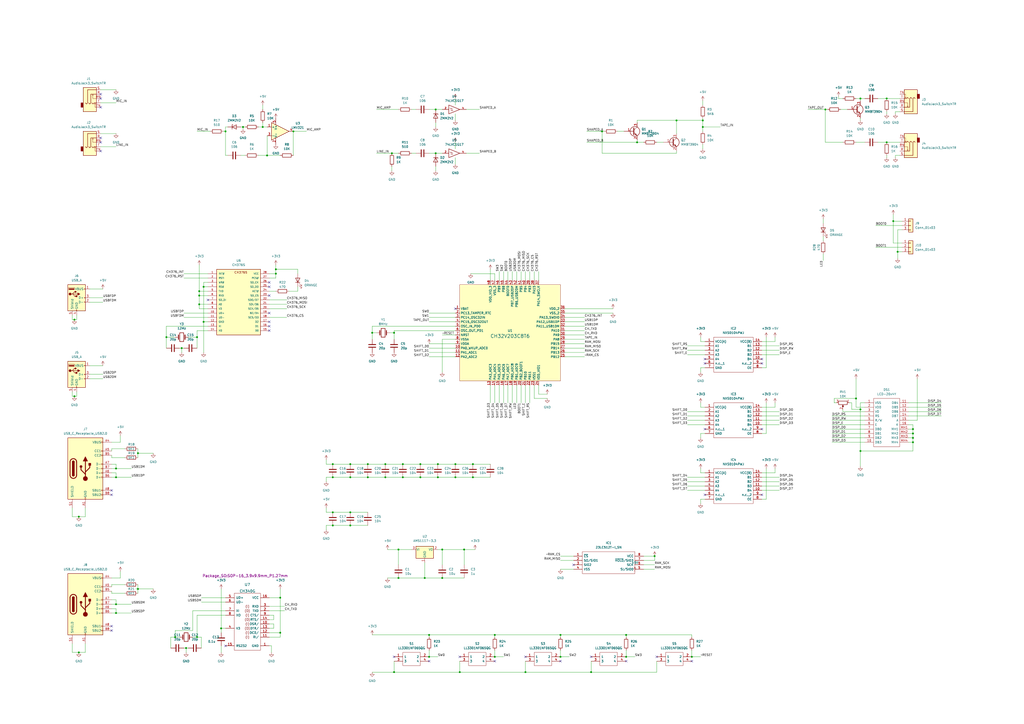
<source format=kicad_sch>
(kicad_sch (version 20211123) (generator eeschema)
  (paper "A2")
  (junction (at 43.18 229.87))
  (junction (at 203.2 269.24))
  (junction (at 152.4 73.66))
  (junction (at 407.67 73.66))
  (junction (at 401.32 381))
  (junction (at 193.04 276.86))
  (junction (at 518.16 128.27))
  (junction (at 274.32 276.86))
  (junction (at 349.25 76.2))
  (junction (at 228.6 389.89))
  (junction (at 520.7 146.05))
  (junction (at 478.79 63.5))
  (junction (at 254 269.24))
  (junction (at 118.11 186.69))
  (junction (at 369.57 82.55))
  (junction (at 269.24 318.77))
  (junction (at 203.2 304.8))
  (junction (at 170.18 76.2))
  (junction (at 203.2 276.86))
  (junction (at 363.22 381))
  (junction (at 264.16 276.86))
  (junction (at 529.59 254))
  (junction (at 45.72 378.46))
  (junction (at 67.31 355.6))
  (junction (at 274.32 269.24))
  (junction (at 529.59 256.54))
  (junction (at 160.02 158.75))
  (junction (at 140.97 73.66))
  (junction (at 499.11 57.15))
  (junction (at 107.95 375.92))
  (junction (at 114.3 195.58))
  (junction (at 363.22 368.3))
  (junction (at 529.59 251.46))
  (junction (at 43.18 185.42))
  (junction (at 231.14 318.77))
  (junction (at 67.31 271.78))
  (junction (at 246.38 335.28))
  (junction (at 342.9 389.89))
  (junction (at 227.33 88.9))
  (junction (at 407.67 69.85))
  (junction (at 203.2 297.18))
  (junction (at 499.11 237.49))
  (junction (at 266.7 389.89))
  (junction (at 287.02 381))
  (junction (at 193.04 304.8))
  (junction (at 115.57 168.91))
  (junction (at 101.6 369.57))
  (junction (at 115.57 171.45))
  (junction (at 392.43 69.85))
  (junction (at 162.56 367.03))
  (junction (at 228.6 193.04))
  (junction (at 215.9 193.04))
  (junction (at 529.59 248.92))
  (junction (at 67.31 350.52))
  (junction (at 254 276.86))
  (junction (at 243.84 269.24))
  (junction (at 67.31 276.86))
  (junction (at 80.01 262.89))
  (junction (at 514.35 82.55))
  (junction (at 128.27 364.49))
  (junction (at 105.41 201.93))
  (junction (at 223.52 276.86))
  (junction (at 264.16 269.24))
  (junction (at 213.36 276.86))
  (junction (at 193.04 297.18))
  (junction (at 80.01 341.63))
  (junction (at 248.92 368.3))
  (junction (at 252.73 63.5))
  (junction (at 325.12 368.3))
  (junction (at 193.04 269.24))
  (junction (at 213.36 269.24))
  (junction (at 248.92 381))
  (junction (at 233.68 276.86))
  (junction (at 233.68 269.24))
  (junction (at 160.02 156.21))
  (junction (at 223.52 269.24))
  (junction (at 45.72 299.72))
  (junction (at 499.11 261.62))
  (junction (at 287.02 368.3))
  (junction (at 118.11 166.37))
  (junction (at 154.94 90.17))
  (junction (at 231.14 335.28))
  (junction (at 256.54 318.77))
  (junction (at 96.52 195.58))
  (junction (at 243.84 276.86))
  (junction (at 130.81 76.2))
  (junction (at 256.54 335.28))
  (junction (at 162.56 346.71))
  (junction (at 379.73 322.58))
  (junction (at 304.8 389.89))
  (junction (at 496.57 231.14))
  (junction (at 115.57 176.53))
  (junction (at 325.12 381))
  (junction (at 252.73 88.9))
  (junction (at 114.3 369.57))
  (junction (at 514.35 57.15))
  (no_connect (at 130.81 374.65))
  (no_connect (at 64.77 363.22))
  (no_connect (at 264.16 179.07))
  (no_connect (at 58.42 54.61))
  (no_connect (at 58.42 57.15))
  (no_connect (at 58.42 62.23))
  (no_connect (at 64.77 365.76))
  (no_connect (at 64.77 287.02))
  (no_connect (at 64.77 284.48))
  (no_connect (at 228.6 381))
  (no_connect (at 304.8 381))
  (no_connect (at 248.92 383.54))
  (no_connect (at 266.7 381))
  (no_connect (at 287.02 383.54))
  (no_connect (at 342.9 381))
  (no_connect (at 325.12 383.54))
  (no_connect (at 381 381))
  (no_connect (at 401.32 383.54))
  (no_connect (at 363.22 383.54))
  (no_connect (at 156.21 181.61))
  (no_connect (at 156.21 189.23))
  (no_connect (at 156.21 186.69))
  (no_connect (at 156.21 191.77))
  (no_connect (at 120.65 173.99))
  (no_connect (at 156.21 163.83))
  (no_connect (at 156.21 166.37))
  (no_connect (at 156.21 171.45))
  (no_connect (at 408.94 248.92))
  (no_connect (at 441.96 210.82))
  (no_connect (at 441.96 208.28))
  (no_connect (at 408.94 208.28))
  (no_connect (at 58.42 87.63))
  (no_connect (at 58.42 80.01))
  (no_connect (at 58.42 82.55))
  (no_connect (at 332.74 327.66))
  (no_connect (at 408.94 287.02))
  (no_connect (at 441.96 287.02))
  (no_connect (at 441.96 248.92))
  (no_connect (at 408.94 210.82))
  (wire (pts (xy 407.67 58.42) (xy 407.67 60.96)))
  (wire (pts (xy 41.91 294.64) (xy 41.91 299.72)))
  (wire (pts (xy 170.18 76.2) (xy 170.18 90.17)))
  (wire (pts (xy 363.22 381) (xy 368.3 381)))
  (wire (pts (xy 302.26 157.48) (xy 302.26 162.56)))
  (wire (pts (xy 158.75 359.41) (xy 158.75 356.87)))
  (wire (pts (xy 514.35 64.77) (xy 514.35 66.04)))
  (wire (pts (xy 441.96 274.32) (xy 449.58 274.32)))
  (wire (pts (xy 41.91 185.42) (xy 43.18 185.42)))
  (wire (pts (xy 215.9 196.85) (xy 215.9 193.04)))
  (wire (pts (xy 118.11 166.37) (xy 118.11 186.69)))
  (wire (pts (xy 64.77 335.28) (xy 69.85 335.28)))
  (wire (pts (xy 264.16 276.86) (xy 274.32 276.86)))
  (wire (pts (xy 441.96 238.76) (xy 452.12 238.76)))
  (wire (pts (xy 64.77 339.09) (xy 72.39 339.09)))
  (wire (pts (xy 398.78 205.74) (xy 408.94 205.74)))
  (wire (pts (xy 130.81 354.33) (xy 111.76 354.33)))
  (wire (pts (xy 349.25 76.2) (xy 350.52 76.2)))
  (wire (pts (xy 325.12 368.3) (xy 363.22 368.3)))
  (wire (pts (xy 408.94 289.56) (xy 406.4 289.56)))
  (wire (pts (xy 193.04 276.86) (xy 189.23 276.86)))
  (wire (pts (xy 139.7 73.66) (xy 140.97 73.66)))
  (wire (pts (xy 284.48 223.52) (xy 284.48 233.68)))
  (wire (pts (xy 363.22 368.3) (xy 363.22 369.57)))
  (wire (pts (xy 499.11 261.62) (xy 529.59 261.62)))
  (wire (pts (xy 509.27 82.55) (xy 514.35 82.55)))
  (wire (pts (xy 327.66 184.15) (xy 339.09 184.15)))
  (wire (pts (xy 170.18 76.2) (xy 177.8 76.2)))
  (wire (pts (xy 266.7 383.54) (xy 266.7 389.89)))
  (wire (pts (xy 233.68 276.86) (xy 243.84 276.86)))
  (wire (pts (xy 373.38 322.58) (xy 379.73 322.58)))
  (wire (pts (xy 128.27 364.49) (xy 128.27 367.03)))
  (wire (pts (xy 482.6 246.38) (xy 501.65 246.38)))
  (wire (pts (xy 532.13 243.84) (xy 532.13 219.71)))
  (wire (pts (xy 349.25 76.2) (xy 349.25 88.9)))
  (wire (pts (xy 373.38 327.66) (xy 379.73 327.66)))
  (wire (pts (xy 449.58 271.78) (xy 449.58 274.32)))
  (wire (pts (xy 128.27 341.63) (xy 128.27 364.49)))
  (wire (pts (xy 118.11 186.69) (xy 120.65 186.69)))
  (wire (pts (xy 248.92 88.9) (xy 252.73 88.9)))
  (wire (pts (xy 64.77 256.54) (xy 69.85 256.54)))
  (wire (pts (xy 441.96 205.74) (xy 452.12 205.74)))
  (wire (pts (xy 160.02 153.67) (xy 160.02 156.21)))
  (wire (pts (xy 478.79 63.5) (xy 480.06 63.5)))
  (wire (pts (xy 156.21 367.03) (xy 162.56 367.03)))
  (wire (pts (xy 514.35 82.55) (xy 521.97 82.55)))
  (wire (pts (xy 406.4 195.58) (xy 406.4 198.12)))
  (wire (pts (xy 64.77 269.24) (xy 67.31 269.24)))
  (wire (pts (xy 67.31 347.98) (xy 67.31 350.52)))
  (wire (pts (xy 58.42 85.09) (xy 67.31 85.09)))
  (wire (pts (xy 349.25 88.9) (xy 392.43 88.9)))
  (wire (pts (xy 478.79 82.55) (xy 478.79 63.5)))
  (wire (pts (xy 156.21 346.71) (xy 162.56 346.71)))
  (wire (pts (xy 64.77 261.62) (xy 64.77 260.35)))
  (wire (pts (xy 407.67 73.66) (xy 417.83 73.66)))
  (wire (pts (xy 289.56 223.52) (xy 289.56 233.68)))
  (wire (pts (xy 106.68 184.15) (xy 120.65 184.15)))
  (wire (pts (xy 107.95 375.92) (xy 107.95 378.46)))
  (wire (pts (xy 156.21 359.41) (xy 158.75 359.41)))
  (wire (pts (xy 499.11 57.15) (xy 499.11 58.42)))
  (wire (pts (xy 215.9 189.23) (xy 264.16 189.23)))
  (wire (pts (xy 486.41 55.88) (xy 486.41 57.15)))
  (wire (pts (xy 325.12 322.58) (xy 332.74 322.58)))
  (wire (pts (xy 162.56 341.63) (xy 162.56 346.71)))
  (wire (pts (xy 406.4 271.78) (xy 406.4 274.32)))
  (wire (pts (xy 369.57 69.85) (xy 392.43 69.85)))
  (wire (pts (xy 501.65 236.22) (xy 496.57 236.22)))
  (wire (pts (xy 114.3 191.77) (xy 114.3 195.58)))
  (wire (pts (xy 381 383.54) (xy 381 389.89)))
  (wire (pts (xy 449.58 195.58) (xy 449.58 198.12)))
  (wire (pts (xy 116.84 349.25) (xy 130.81 349.25)))
  (wire (pts (xy 130.81 90.17) (xy 130.81 76.2)))
  (wire (pts (xy 398.78 281.94) (xy 408.94 281.94)))
  (wire (pts (xy 401.32 381) (xy 406.4 381)))
  (wire (pts (xy 52.07 172.72) (xy 59.69 172.72)))
  (wire (pts (xy 398.78 276.86) (xy 408.94 276.86)))
  (wire (pts (xy 304.8 157.48) (xy 304.8 162.56)))
  (wire (pts (xy 287.02 381) (xy 292.1 381)))
  (wire (pts (xy 120.65 176.53) (xy 115.57 176.53)))
  (wire (pts (xy 58.42 52.07) (xy 67.31 52.07)))
  (wire (pts (xy 152.4 71.12) (xy 152.4 73.66)))
  (wire (pts (xy 444.5 271.78) (xy 444.5 289.56)))
  (wire (pts (xy 243.84 276.86) (xy 254 276.86)))
  (wire (pts (xy 398.78 200.66) (xy 408.94 200.66)))
  (wire (pts (xy 64.77 340.36) (xy 64.77 339.09)))
  (wire (pts (xy 248.92 381) (xy 254 381)))
  (wire (pts (xy 106.68 158.75) (xy 120.65 158.75)))
  (wire (pts (xy 325.12 368.3) (xy 325.12 369.57)))
  (wire (pts (xy 312.42 228.6) (xy 317.5 228.6)))
  (wire (pts (xy 287.02 368.3) (xy 325.12 368.3)))
  (wire (pts (xy 252.73 96.52) (xy 252.73 99.06)))
  (wire (pts (xy 156.21 351.79) (xy 165.1 351.79)))
  (wire (pts (xy 80.01 341.63) (xy 88.9 341.63)))
  (wire (pts (xy 256.54 196.85) (xy 264.16 196.85)))
  (wire (pts (xy 109.22 195.58) (xy 114.3 195.58)))
  (wire (pts (xy 58.42 77.47) (xy 67.31 77.47)))
  (wire (pts (xy 256.54 196.85) (xy 256.54 215.9)))
  (wire (pts (xy 483.87 231.14) (xy 496.57 231.14)))
  (wire (pts (xy 115.57 176.53) (xy 115.57 171.45)))
  (wire (pts (xy 441.96 279.4) (xy 452.12 279.4)))
  (wire (pts (xy 156.21 173.99) (xy 166.37 173.99)))
  (wire (pts (xy 494.03 233.68) (xy 494.03 237.49)))
  (wire (pts (xy 156.21 354.33) (xy 165.1 354.33)))
  (wire (pts (xy 238.76 88.9) (xy 241.3 88.9)))
  (wire (pts (xy 154.94 90.17) (xy 162.56 90.17)))
  (wire (pts (xy 254 276.86) (xy 264.16 276.86)))
  (wire (pts (xy 64.77 271.78) (xy 67.31 271.78)))
  (wire (pts (xy 231.14 318.77) (xy 238.76 318.77)))
  (wire (pts (xy 67.31 350.52) (xy 76.2 350.52)))
  (wire (pts (xy 398.78 246.38) (xy 408.94 246.38)))
  (wire (pts (xy 130.81 76.2) (xy 130.81 73.66)))
  (wire (pts (xy 228.6 196.85) (xy 228.6 193.04)))
  (wire (pts (xy 248.92 199.39) (xy 264.16 199.39)))
  (wire (pts (xy 156.21 158.75) (xy 160.02 158.75)))
  (wire (pts (xy 401.32 377.19) (xy 401.32 381)))
  (wire (pts (xy 120.65 166.37) (xy 118.11 166.37)))
  (wire (pts (xy 193.04 276.86) (xy 203.2 276.86)))
  (wire (pts (xy 80.01 262.89) (xy 88.9 262.89)))
  (wire (pts (xy 297.18 223.52) (xy 297.18 233.68)))
  (wire (pts (xy 107.95 375.92) (xy 109.22 375.92)))
  (wire (pts (xy 193.04 304.8) (xy 203.2 304.8)))
  (wire (pts (xy 264.16 269.24) (xy 274.32 269.24)))
  (wire (pts (xy 407.67 83.82) (xy 407.67 86.36)))
  (wire (pts (xy 304.8 389.89) (xy 266.7 389.89)))
  (wire (pts (xy 514.35 57.15) (xy 521.97 57.15)))
  (wire (pts (xy 327.66 204.47) (xy 339.09 204.47)))
  (wire (pts (xy 369.57 71.12) (xy 369.57 69.85)))
  (wire (pts (xy 160.02 156.21) (xy 172.72 156.21)))
  (wire (pts (xy 238.76 63.5) (xy 241.3 63.5)))
  (wire (pts (xy 256.54 327.66) (xy 256.54 318.77)))
  (wire (pts (xy 252.73 88.9) (xy 256.54 88.9)))
  (wire (pts (xy 483.87 233.68) (xy 483.87 231.14)))
  (wire (pts (xy 41.91 229.87) (xy 43.18 229.87)))
  (wire (pts (xy 228.6 191.77) (xy 264.16 191.77)))
  (wire (pts (xy 309.88 231.14) (xy 317.5 231.14)))
  (wire (pts (xy 527.05 246.38) (xy 529.59 246.38)))
  (wire (pts (xy 156.21 356.87) (xy 158.75 356.87)))
  (wire (pts (xy 478.79 82.55) (xy 488.95 82.55)))
  (wire (pts (xy 152.4 60.96) (xy 152.4 63.5)))
  (wire (pts (xy 270.51 88.9) (xy 278.13 88.9)))
  (wire (pts (xy 527.05 248.92) (xy 529.59 248.92)))
  (wire (pts (xy 369.57 82.55) (xy 373.38 82.55)))
  (wire (pts (xy 41.91 373.38) (xy 41.91 378.46)))
  (wire (pts (xy 523.24 133.35) (xy 520.7 133.35)))
  (wire (pts (xy 381 389.89) (xy 342.9 389.89)))
  (wire (pts (xy 193.04 297.18) (xy 203.2 297.18)))
  (wire (pts (xy 248.92 368.3) (xy 287.02 368.3)))
  (wire (pts (xy 58.42 59.69) (xy 67.31 59.69)))
  (wire (pts (xy 327.66 201.93) (xy 339.09 201.93)))
  (wire (pts (xy 189.23 276.86) (xy 189.23 279.4)))
  (wire (pts (xy 527.05 254) (xy 529.59 254)))
  (wire (pts (xy 156.21 364.49) (xy 158.75 364.49)))
  (wire (pts (xy 477.52 147.32) (xy 477.52 151.13)))
  (wire (pts (xy 228.6 193.04) (xy 226.06 193.04)))
  (wire (pts (xy 514.35 90.17) (xy 514.35 91.44)))
  (wire (pts (xy 401.32 369.57) (xy 401.32 368.3)))
  (wire (pts (xy 527.05 251.46) (xy 529.59 251.46)))
  (wire (pts (xy 96.52 195.58) (xy 101.6 195.58)))
  (wire (pts (xy 468.63 63.5) (xy 478.79 63.5)))
  (wire (pts (xy 41.91 299.72) (xy 45.72 299.72)))
  (wire (pts (xy 381 82.55) (xy 384.81 82.55)))
  (wire (pts (xy 64.77 344.17) (xy 72.39 344.17)))
  (wire (pts (xy 218.44 63.5) (xy 231.14 63.5)))
  (wire (pts (xy 252.73 63.5) (xy 256.54 63.5)))
  (wire (pts (xy 477.52 127) (xy 477.52 129.54)))
  (wire (pts (xy 406.4 233.68) (xy 406.4 236.22)))
  (wire (pts (xy 158.75 364.49) (xy 158.75 361.95)))
  (wire (pts (xy 256.54 318.77) (xy 254 318.77)))
  (wire (pts (xy 494.03 237.49) (xy 499.11 237.49)))
  (wire (pts (xy 527.05 256.54) (xy 529.59 256.54)))
  (wire (pts (xy 527.05 233.68) (xy 546.1 233.68)))
  (wire (pts (xy 118.11 186.69) (xy 118.11 204.47)))
  (wire (pts (xy 120.65 163.83) (xy 118.11 163.83)))
  (wire (pts (xy 41.91 182.88) (xy 41.91 185.42)))
  (wire (pts (xy 105.41 201.93) (xy 105.41 204.47)))
  (wire (pts (xy 172.72 168.91) (xy 172.72 166.37)))
  (wire (pts (xy 482.6 254) (xy 501.65 254)))
  (wire (pts (xy 64.77 260.35) (xy 72.39 260.35)))
  (wire (pts (xy 499.11 233.68) (xy 499.11 237.49)))
  (wire (pts (xy 99.06 375.92) (xy 99.06 369.57)))
  (wire (pts (xy 406.4 251.46) (xy 406.4 254)))
  (wire (pts (xy 228.6 193.04) (xy 228.6 191.77)))
  (wire (pts (xy 116.84 346.71) (xy 130.81 346.71)))
  (wire (pts (xy 215.9 193.04) (xy 218.44 193.04)))
  (wire (pts (xy 49.53 373.38) (xy 49.53 378.46)))
  (wire (pts (xy 294.64 157.48) (xy 294.64 162.56)))
  (wire (pts (xy 485.14 233.68) (xy 483.87 233.68)))
  (wire (pts (xy 327.66 207.01) (xy 339.09 207.01)))
  (wire (pts (xy 213.36 269.24) (xy 223.52 269.24)))
  (wire (pts (xy 41.91 378.46) (xy 45.72 378.46)))
  (wire (pts (xy 80.01 341.63) (xy 80.01 344.17)))
  (wire (pts (xy 292.1 223.52) (xy 292.1 233.68)))
  (wire (pts (xy 41.91 227.33) (xy 41.91 229.87)))
  (wire (pts (xy 156.21 168.91) (xy 160.02 168.91)))
  (wire (pts (xy 116.84 369.57) (xy 116.84 375.92)))
  (wire (pts (xy 203.2 276.86) (xy 213.36 276.86)))
  (wire (pts (xy 130.81 73.66) (xy 132.08 73.66)))
  (wire (pts (xy 499.11 68.58) (xy 499.11 69.85)))
  (wire (pts (xy 519.43 64.77) (xy 519.43 66.04)))
  (wire (pts (xy 252.73 71.12) (xy 252.73 73.66)))
  (wire (pts (xy 269.24 327.66) (xy 269.24 318.77)))
  (wire (pts (xy 509.27 57.15) (xy 514.35 57.15)))
  (wire (pts (xy 294.64 223.52) (xy 294.64 233.68)))
  (wire (pts (xy 213.36 276.86) (xy 223.52 276.86)))
  (wire (pts (xy 307.34 223.52) (xy 307.34 233.68)))
  (wire (pts (xy 223.52 269.24) (xy 233.68 269.24)))
  (wire (pts (xy 496.57 57.15) (xy 499.11 57.15)))
  (wire (pts (xy 398.78 241.3) (xy 408.94 241.3)))
  (wire (pts (xy 231.14 327.66) (xy 231.14 318.77)))
  (wire (pts (xy 64.77 355.6) (xy 67.31 355.6)))
  (wire (pts (xy 106.68 375.92) (xy 107.95 375.92)))
  (wire (pts (xy 482.6 251.46) (xy 501.65 251.46)))
  (wire (pts (xy 64.77 276.86) (xy 67.31 276.86)))
  (wire (pts (xy 482.6 243.84) (xy 501.65 243.84)))
  (wire (pts (xy 527.05 241.3) (xy 546.1 241.3)))
  (wire (pts (xy 274.32 276.86) (xy 284.48 276.86)))
  (wire (pts (xy 392.43 69.85) (xy 392.43 77.47)))
  (wire (pts (xy 248.92 186.69) (xy 264.16 186.69)))
  (wire (pts (xy 482.6 241.3) (xy 501.65 241.3)))
  (wire (pts (xy 441.96 203.2) (xy 452.12 203.2)))
  (wire (pts (xy 69.85 335.28) (xy 69.85 331.47)))
  (wire (pts (xy 115.57 171.45) (xy 115.57 168.91)))
  (wire (pts (xy 78.74 341.63) (xy 80.01 341.63)))
  (wire (pts (xy 527.05 243.84) (xy 532.13 243.84)))
  (wire (pts (xy 325.12 377.19) (xy 325.12 381)))
  (wire (pts (xy 246.38 335.28) (xy 256.54 335.28)))
  (wire (pts (xy 156.21 369.57) (xy 162.56 369.57)))
  (wire (pts (xy 114.3 76.2) (xy 121.92 76.2)))
  (wire (pts (xy 120.65 189.23) (xy 96.52 189.23)))
  (wire (pts (xy 223.52 276.86) (xy 233.68 276.86)))
  (wire (pts (xy 501.65 233.68) (xy 499.11 233.68)))
  (wire (pts (xy 327.66 179.07) (xy 355.6 179.07)))
  (wire (pts (xy 189.23 269.24) (xy 189.23 266.7)))
  (wire (pts (xy 325.12 330.2) (xy 332.74 330.2)))
  (wire (pts (xy 203.2 269.24) (xy 213.36 269.24)))
  (wire (pts (xy 488.95 238.76) (xy 488.95 237.49)))
  (wire (pts (xy 520.7 146.05) (xy 520.7 149.86)))
  (wire (pts (xy 118.11 163.83) (xy 118.11 166.37)))
  (wire (pts (xy 482.6 248.92) (xy 501.65 248.92)))
  (wire (pts (xy 363.22 368.3) (xy 401.32 368.3)))
  (wire (pts (xy 342.9 383.54) (xy 342.9 389.89)))
  (wire (pts (xy 96.52 201.93) (xy 96.52 195.58)))
  (wire (pts (xy 441.96 246.38) (xy 452.12 246.38)))
  (wire (pts (xy 441.96 198.12) (xy 449.58 198.12)))
  (wire (pts (xy 44.45 182.88) (xy 44.45 185.42)))
  (wire (pts (xy 49.53 378.46) (xy 45.72 378.46)))
  (wire (pts (xy 67.31 276.86) (xy 76.2 276.86)))
  (wire (pts (xy 64.77 264.16) (xy 64.77 265.43)))
  (wire (pts (xy 527.05 236.22) (xy 546.1 236.22)))
  (wire (pts (xy 248.92 63.5) (xy 252.73 63.5)))
  (wire (pts (xy 172.72 158.75) (xy 172.72 156.21)))
  (wire (pts (xy 154.94 78.74) (xy 154.94 90.17)))
  (wire (pts (xy 518.16 128.27) (xy 518.16 140.97)))
  (wire (pts (xy 398.78 238.76) (xy 408.94 238.76)))
  (wire (pts (xy 157.48 378.46) (xy 157.48 374.65)))
  (wire (pts (xy 149.86 73.66) (xy 152.4 73.66)))
  (wire (pts (xy 327.66 189.23) (xy 339.09 189.23)))
  (wire (pts (xy 111.76 354.33) (xy 111.76 365.76)))
  (wire (pts (xy 269.24 318.77) (xy 275.59 318.77)))
  (wire (pts (xy 99.06 369.57) (xy 101.6 369.57)))
  (wire (pts (xy 203.2 297.18) (xy 213.36 297.18)))
  (wire (pts (xy 52.07 175.26) (xy 59.69 175.26)))
  (wire (pts (xy 520.7 133.35) (xy 520.7 146.05)))
  (wire (pts (xy 59.69 167.64) (xy 52.07 167.64)))
  (wire (pts (xy 482.6 256.54) (xy 501.65 256.54)))
  (wire (pts (xy 264.16 91.44) (xy 264.16 95.25)))
  (wire (pts (xy 248.92 184.15) (xy 264.16 184.15)))
  (wire (pts (xy 215.9 193.04) (xy 215.9 189.23)))
  (wire (pts (xy 264.16 66.04) (xy 264.16 69.85)))
  (wire (pts (xy 312.42 157.48) (xy 312.42 162.56)))
  (wire (pts (xy 139.7 90.17) (xy 142.24 90.17)))
  (wire (pts (xy 67.31 269.24) (xy 67.31 271.78)))
  (wire (pts (xy 519.43 90.17) (xy 519.43 91.44)))
  (wire (pts (xy 115.57 179.07) (xy 115.57 176.53)))
  (wire (pts (xy 254 269.24) (xy 264.16 269.24)))
  (wire (pts (xy 369.57 81.28) (xy 369.57 82.55)))
  (wire (pts (xy 340.36 76.2) (xy 349.25 76.2)))
  (wire (pts (xy 297.18 157.48) (xy 297.18 162.56)))
  (wire (pts (xy 248.92 368.3) (xy 248.92 369.57)))
  (wire (pts (xy 266.7 389.89) (xy 228.6 389.89)))
  (wire (pts (xy 248.92 204.47) (xy 264.16 204.47)))
  (wire (pts (xy 129.54 76.2) (xy 130.81 76.2)))
  (wire (pts (xy 441.96 241.3) (xy 452.12 241.3)))
  (wire (pts (xy 67.31 355.6) (xy 76.2 355.6)))
  (wire (pts (xy 120.65 179.07) (xy 115.57 179.07)))
  (wire (pts (xy 64.77 342.9) (xy 64.77 344.17)))
  (wire (pts (xy 363.22 377.19) (xy 363.22 381)))
  (wire (pts (xy 521.97 64.77) (xy 519.43 64.77)))
  (wire (pts (xy 64.77 353.06) (xy 67.31 353.06)))
  (wire (pts (xy 287.02 377.19) (xy 287.02 381)))
  (wire (pts (xy 508 143.51) (xy 523.24 143.51)))
  (wire (pts (xy 529.59 256.54) (xy 529.59 261.62)))
  (wire (pts (xy 106.68 161.29) (xy 120.65 161.29)))
  (wire (pts (xy 407.67 73.66) (xy 407.67 76.2)))
  (wire (pts (xy 307.34 157.48) (xy 307.34 162.56)))
  (wire (pts (xy 264.16 82.55) (xy 264.16 86.36)))
  (wire (pts (xy 80.01 260.35) (xy 80.01 262.89)))
  (wire (pts (xy 407.67 69.85) (xy 407.67 68.58)))
  (wire (pts (xy 327.66 186.69) (xy 339.09 186.69)))
  (wire (pts (xy 496.57 231.14) (xy 496.57 236.22)))
  (wire (pts (xy 269.24 318.77) (xy 256.54 318.77)))
  (wire (pts (xy 246.38 326.39) (xy 246.38 335.28)))
  (wire (pts (xy 292.1 157.48) (xy 292.1 162.56)))
  (wire (pts (xy 233.68 269.24) (xy 243.84 269.24)))
  (wire (pts (xy 444.5 195.58) (xy 444.5 213.36)))
  (wire (pts (xy 64.77 347.98) (xy 67.31 347.98)))
  (wire (pts (xy 287.02 368.3) (xy 287.02 369.57)))
  (wire (pts (xy 96.52 189.23) (xy 96.52 195.58)))
  (wire (pts (xy 156.21 184.15) (xy 166.37 184.15)))
  (wire (pts (xy 64.77 265.43) (xy 72.39 265.43)))
  (wire (pts (xy 373.38 330.2) (xy 379.73 330.2)))
  (wire (pts (xy 408.94 213.36) (xy 406.4 213.36)))
  (wire (pts (xy 299.72 157.48) (xy 299.72 162.56)))
  (wire (pts (xy 444.5 233.68) (xy 444.5 251.46)))
  (wire (pts (xy 518.16 128.27) (xy 523.24 128.27)))
  (wire (pts (xy 193.04 304.8) (xy 189.23 304.8)))
  (wire (pts (xy 120.65 191.77) (xy 114.3 191.77)))
  (wire (pts (xy 215.9 389.89) (xy 228.6 389.89)))
  (wire (pts (xy 152.4 73.66) (xy 154.94 73.66)))
  (wire (pts (xy 44.45 227.33) (xy 44.45 229.87)))
  (wire (pts (xy 101.6 365.76) (xy 111.76 365.76)))
  (wire (pts (xy 228.6 383.54) (xy 228.6 389.89)))
  (wire (pts (xy 189.23 304.8) (xy 189.23 307.34)))
  (wire (pts (xy 441.96 213.36) (xy 444.5 213.36)))
  (wire (pts (xy 248.92 207.01) (xy 264.16 207.01)))
  (wire (pts (xy 162.56 367.03) (xy 162.56 369.57)))
  (wire (pts (xy 441.96 243.84) (xy 452.12 243.84)))
  (wire (pts (xy 523.24 140.97) (xy 518.16 140.97)))
  (wire (pts (xy 105.41 201.93) (xy 106.68 201.93)))
  (wire (pts (xy 373.38 325.12) (xy 379.73 325.12)))
  (wire (pts (xy 518.16 124.46) (xy 518.16 128.27)))
  (wire (pts (xy 114.3 356.87) (xy 114.3 369.57)))
  (wire (pts (xy 248.92 201.93) (xy 264.16 201.93)))
  (wire (pts (xy 111.76 369.57) (xy 114.3 369.57)))
  (wire (pts (xy 408.94 236.22) (xy 406.4 236.22)))
  (wire (pts (xy 64.77 350.52) (xy 67.31 350.52)))
  (wire (pts (xy 130.81 364.49) (xy 128.27 364.49)))
  (wire (pts (xy 114.3 356.87) (xy 130.81 356.87)))
  (wire (pts (xy 270.51 63.5) (xy 278.13 63.5)))
  (wire (pts (xy 309.88 223.52) (xy 309.88 231.14)))
  (wire (pts (xy 59.69 212.09) (xy 52.07 212.09)))
  (wire (pts (xy 398.78 284.48) (xy 408.94 284.48)))
  (wire (pts (xy 248.92 377.19) (xy 248.92 381)))
  (wire (pts (xy 156.21 161.29) (xy 160.02 161.29)))
  (wire (pts (xy 408.94 198.12) (xy 406.4 198.12)))
  (wire (pts (xy 342.9 389.89) (xy 304.8 389.89)))
  (wire (pts (xy 256.54 194.31) (xy 264.16 194.31)))
  (wire (pts (xy 289.56 157.48) (xy 289.56 162.56)))
  (wire (pts (xy 441.96 276.86) (xy 452.12 276.86)))
  (wire (pts (xy 325.12 381) (xy 330.2 381)))
  (wire (pts (xy 224.79 335.28) (xy 231.14 335.28)))
  (wire (pts (xy 104.14 201.93) (xy 105.41 201.93)))
  (wire (pts (xy 521.97 90.17) (xy 519.43 90.17)))
  (wire (pts (xy 441.96 236.22) (xy 449.58 236.22)))
  (wire (pts (xy 231.14 335.28) (xy 246.38 335.28)))
  (wire (pts (xy 218.44 88.9) (xy 227.33 88.9)))
  (wire (pts (xy 160.02 161.29) (xy 160.02 158.75)))
  (wire (pts (xy 496.57 82.55) (xy 501.65 82.55)))
  (wire (pts (xy 193.04 269.24) (xy 189.23 269.24)))
  (wire (pts (xy 64.77 274.32) (xy 67.31 274.32)))
  (wire (pts (xy 327.66 191.77) (xy 339.09 191.77)))
  (wire (pts (xy 398.78 203.2) (xy 408.94 203.2)))
  (wire (pts (xy 398.78 243.84) (xy 408.94 243.84)))
  (wire (pts (xy 327.66 199.39) (xy 339.09 199.39)))
  (wire (pts (xy 529.59 251.46) (xy 529.59 254)))
  (wire (pts (xy 162.56 346.71) (xy 162.56 367.03)))
  (wire (pts (xy 441.96 200.66) (xy 452.12 200.66)))
  (wire (pts (xy 156.21 179.07) (xy 166.37 179.07)))
  (wire (pts (xy 80.01 339.09) (xy 80.01 341.63)))
  (wire (pts (xy 227.33 88.9) (xy 231.14 88.9)))
  (wire (pts (xy 101.6 369.57) (xy 104.14 369.57)))
  (wire (pts (xy 527.05 238.76) (xy 546.1 238.76)))
  (wire (pts (xy 287.02 223.52) (xy 287.02 233.68)))
  (wire (pts (xy 156.21 176.53) (xy 166.37 176.53)))
  (wire (pts (xy 52.07 217.17) (xy 59.69 217.17)))
  (wire (pts (xy 299.72 223.52) (xy 299.72 233.68)))
  (wire (pts (xy 132.08 90.17) (xy 130.81 90.17)))
  (wire (pts (xy 312.42 223.52) (xy 312.42 228.6)))
  (wire (pts (xy 67.31 271.78) (xy 76.2 271.78)))
  (wire (pts (xy 149.86 90.17) (xy 154.94 90.17)))
  (wire (pts (xy 529.59 254) (xy 529.59 256.54)))
  (wire (pts (xy 128.27 374.65) (xy 128.27 378.46)))
  (wire (pts (xy 408.94 251.46) (xy 406.4 251.46)))
  (wire (pts (xy 248.92 181.61) (xy 264.16 181.61)))
  (wire (pts (xy 501.65 238.76) (xy 488.95 238.76)))
  (wire (pts (xy 486.41 57.15) (xy 488.95 57.15)))
  (wire (pts (xy 441.96 281.94) (xy 452.12 281.94)))
  (wire (pts (xy 114.3 195.58) (xy 114.3 201.93)))
  (wire (pts (xy 256.54 335.28) (xy 269.24 335.28)))
  (wire (pts (xy 529.59 248.92) (xy 529.59 251.46)))
  (wire (pts (xy 67.31 353.06) (xy 67.31 355.6)))
  (wire (pts (xy 304.8 223.52) (xy 304.8 233.68)))
  (wire (pts (xy 157.48 374.65) (xy 156.21 374.65)))
  (wire (pts (xy 325.12 325.12) (xy 332.74 325.12)))
  (wire (pts (xy 327.66 181.61) (xy 355.6 181.61)))
  (wire (pts (xy 392.43 69.85) (xy 407.67 69.85)))
  (wire (pts (xy 49.53 294.64) (xy 49.53 299.72)))
  (wire (pts (xy 193.04 297.18) (xy 189.23 297.18)))
  (wire (pts (xy 406.4 213.36) (xy 406.4 215.9)))
  (wire (pts (xy 114.3 369.57) (xy 116.84 369.57)))
  (wire (pts (xy 499.11 57.15) (xy 501.65 57.15)))
  (wire (pts (xy 140.97 73.66) (xy 140.97 74.93)))
  (wire (pts (xy 379.73 322.58) (xy 379.73 325.12)))
  (wire (pts (xy 327.66 194.31) (xy 339.09 194.31)))
  (wire (pts (xy 189.23 294.64) (xy 189.23 297.18)))
  (wire (pts (xy 106.68 181.61) (xy 120.65 181.61)))
  (wire (pts (xy 520.7 146.05) (xy 523.24 146.05)))
  (wire (pts (xy 115.57 171.45) (xy 120.65 171.45)))
  (wire (pts (xy 67.31 274.32) (xy 67.31 276.86)))
  (wire (pts (xy 193.04 269.24) (xy 203.2 269.24)))
  (wire (pts (xy 273.05 158.75) (xy 287.02 158.75)))
  (wire (pts (xy 441.96 251.46) (xy 444.5 251.46)))
  (wire (pts (xy 477.52 137.16) (xy 477.52 139.7)))
  (wire (pts (xy 284.48 156.21) (xy 284.48 162.56)))
  (wire (pts (xy 327.66 196.85) (xy 339.09 196.85)))
  (wire (pts (xy 408.94 274.32) (xy 406.4 274.32)))
  (wire (pts (xy 49.53 299.72) (xy 45.72 299.72)))
  (wire (pts (xy 392.43 87.63) (xy 392.43 88.9)))
  (wire (pts (xy 508 130.81) (xy 523.24 130.81)))
  (wire (pts (xy 142.24 73.66) (xy 140.97 73.66)))
  (wire (pts (xy 80.01 262.89) (xy 80.01 265.43)))
  (wire (pts (xy 69.85 256.54) (xy 69.85 252.73)))
  (wire (pts (xy 304.8 383.54) (xy 304.8 389.89)))
  (wire (pts (xy 215.9 368.3) (xy 248.92 368.3)))
  (wire (pts (xy 496.57 219.71) (xy 496.57 231.14)))
  (wire (pts (xy 101.6 365.76) (xy 101.6 369.57)))
  (wire (pts (xy 398.78 279.4) (xy 408.94 279.4)))
  (wire (pts (xy 499.11 261.62) (xy 499.11 270.51)))
  (wire (pts (xy 340.36 82.55) (xy 369.57 82.55)))
  (wire (pts (xy 449.58 233.68) (xy 449.58 236.22)))
  (wire (pts (xy 492.76 233.68) (xy 494.03 233.68)))
  (wire (pts (xy 224.79 318.77) (xy 231.14 318.77)))
  (wire (pts (xy 406.4 289.56) (xy 406.4 292.1)))
  (wire (pts (xy 309.88 157.48) (xy 309.88 162.56)))
  (wire (pts (xy 264.16 57.15) (xy 264.16 60.96)))
  (wire (pts (xy 115.57 153.67) (xy 115.57 168.91)))
  (wire (pts (xy 44.45 229.87) (xy 43.18 229.87)))
  (wire (pts (xy 243.84 269.24) (xy 254 269.24)))
  (wire (pts (xy 407.67 69.85) (xy 407.67 73.66)))
  (wire (pts (xy 441.96 284.48) (xy 452.12 284.48)))
  (wire (pts (xy 167.64 168.91) (xy 172.72 168.91)))
  (wire (pts (xy 441.96 289.56) (xy 444.5 289.56)))
  (wire (pts (xy 203.2 304.8) (xy 213.36 304.8)))
  (wire (pts (xy 529.59 246.38) (xy 529.59 248.92)))
  (wire (pts (xy 44.45 185.42) (xy 43.18 185.42)))
  (wire (pts (xy 499.11 237.49) (xy 499.11 261.62)))
  (wire (pts (xy 274.32 269.24) (xy 284.48 269.24)))
  (wire (pts (xy 358.14 76.2) (xy 361.95 76.2)))
  (wire (pts (xy 287.02 162.56) (xy 287.02 158.75)))
  (wire (pts (xy 120.65 168.91) (xy 115.57 168.91)))
  (wire (pts (xy 160.02 156.21) (xy 160.02 158.75)))
  (wire (pts (xy 487.68 63.5) (xy 491.49 63.5)))
  (wire (pts (xy 227.33 96.52) (xy 227.33 99.06)))
  (wire (pts (xy 52.07 219.71) (xy 59.69 219.71)))
  (wire (pts (xy 302.26 223.52) (xy 302.26 233.68)))
  (wire (pts (xy 156.21 361.95) (xy 158.75 361.95)))
  (label "MIC_IN" (at 114.3 76.2 0))
  (label "USB2DM" (at 299.72 157.48 90))
  (label "~RAM_CS" (at 325.12 322.58 180))
  (label "USBSDM" (at 76.2 350.52 0))
  (label "USB1DP" (at 76.2 276.86 0))
  (label "DISP_D0" (at 452.12 238.76 0))
  (label "RAM_MISO" (at 339.09 201.93 0))
  (label "SHIFT_E" (at 304.8 233.68 270))
  (label "SHIFT_D0" (at 248.92 201.93 180))
  (label "SHIFT_D3" (at 398.78 246.38 180))
  (label "DISP_D2" (at 482.6 254 0))
  (label "USB2DP" (at 59.69 217.17 0))
  (label "CH376_INT" (at 106.68 158.75 180))
  (label "DISP_D5" (at 546.1 236.22 180))
  (label "USBSDP" (at 116.84 346.71 180))
  (label "RAM_MISO" (at 325.12 325.12 180))
  (label "RAM_MOSI" (at 379.73 330.2 0))
  (label "LINE_IN" (at 218.44 88.9 0))
  (label "BOOT1" (at 508 143.51 0))
  (label "DISP_D0" (at 482.6 248.92 0))
  (label "CH376_SCK" (at 166.37 179.07 0))
  (label "DISP_D4" (at 546.1 233.68 180))
  (label "USB2DP" (at 297.18 157.48 90))
  (label "DISP_D7" (at 546.1 241.3 180))
  (label "SHIFT_D2" (at 398.78 243.84 180))
  (label "SHIFT_D0" (at 398.78 238.76 180))
  (label "CH_RXD" (at 339.09 194.31 0))
  (label "USBSDP" (at 76.2 355.6 0))
  (label "SHAPED_A" (at 340.36 76.2 0))
  (label "DISP_E" (at 482.6 246.38 0))
  (label "USB1DP" (at 339.09 186.69 0))
  (label "DISP_RW" (at 452.12 203.2 0))
  (label "SHAPED_B" (at 278.13 88.9 0))
  (label "SHIFT_D1" (at 398.78 241.3 180))
  (label "SHIFT_D7" (at 398.78 284.48 180))
  (label "RAM_SCK" (at 339.09 204.47 0))
  (label "SHAPED_A" (at 278.13 63.5 0))
  (label "SHIFT_RS" (at 398.78 200.66 180))
  (label "USBFDP" (at 106.68 181.61 180))
  (label "SHIFT_D4" (at 287.02 233.68 270))
  (label "SW3" (at 289.56 157.48 90))
  (label "SHIFT_RW" (at 398.78 203.2 180))
  (label "SW1" (at 248.92 184.15 180))
  (label "SW2" (at 292.1 157.48 90))
  (label "USBSDM" (at 116.84 349.25 180))
  (label "CH_RXD" (at 165.1 351.79 0))
  (label "SHIFT_D6" (at 398.78 281.94 180))
  (label "SHIFT_D3" (at 284.48 233.68 270))
  (label "TAPE_IN" (at 417.83 73.66 0))
  (label "SHIFT_D5" (at 289.56 233.68 270))
  (label "BOOT1" (at 302.26 233.68 270))
  (label "DISP_D3" (at 452.12 246.38 0))
  (label "MIC_IN" (at 67.31 59.69 0))
  (label "RAM_SCK" (at 379.73 327.66 0))
  (label "CH376_MOSI" (at 302.26 157.48 90))
  (label "USB1DM" (at 76.2 271.78 0))
  (label "LED" (at 477.52 151.13 270))
  (label "USBFDM" (at 106.68 184.15 180))
  (label "DISP_D2" (at 452.12 243.84 0))
  (label "SW3" (at 368.3 381 0))
  (label "~RAM_CS" (at 339.09 207.01 0))
  (label "DISP_D1" (at 452.12 241.3 0))
  (label "DISP_E" (at 452.12 205.74 0))
  (label "MIC_AMP" (at 177.8 76.2 0))
  (label "DISP_D7" (at 452.12 284.48 0))
  (label "CH376_MOSI" (at 166.37 176.53 0))
  (label "CH376_RST" (at 106.68 161.29 180))
  (label "SHIFT_D2" (at 248.92 207.01 180))
  (label "SHIFT_E" (at 398.78 205.74 180))
  (label "DISP_D6" (at 546.1 238.76 180))
  (label "USBFDP" (at 59.69 172.72 0))
  (label "DISP_D4" (at 452.12 276.86 0))
  (label "USB2DM" (at 59.69 219.71 0))
  (label "BOOT0" (at 508 130.81 0))
  (label "USB1DM" (at 339.09 189.23 0))
  (label "SW1" (at 292.1 381 0))
  (label "SHIFT_RW" (at 297.18 233.68 270))
  (label "LINE_IN" (at 67.31 85.09 0))
  (label "BOOT0" (at 294.64 157.48 90))
  (label "~RESET" (at 406.4 381 0))
  (label "DISP_D6" (at 452.12 281.94 0))
  (label "CH376_SCK" (at 307.34 157.48 90))
  (label "CH376_RST" (at 312.42 157.48 90))
  (label "RAM_MOSI" (at 339.09 199.39 0))
  (label "SHIFT_D5" (at 398.78 279.4 180))
  (label "SHIFT_D1" (at 248.92 204.47 180))
  (label "DISP_RS" (at 482.6 241.3 0))
  (label "CH_TXD" (at 339.09 191.77 0))
  (label "SHIFT_RS" (at 307.34 233.68 270))
  (label "SW0" (at 248.92 181.61 180))
  (label "MIC_AMP" (at 218.44 63.5 0))
  (label "USBFDM" (at 59.69 175.26 0))
  (label "TAPE_OUT" (at 468.63 63.5 0))
  (label "SHIFT_D7" (at 294.64 233.68 270))
  (label "LED" (at 299.72 233.68 270))
  (label "CH376_MISO" (at 304.8 157.48 90))
  (label "CH_TXD" (at 165.1 354.33 0))
  (label "TAPE_OUT" (at 248.92 186.69 180))
  (label "DISP_D3" (at 482.6 256.54 0))
  (label "DISP_D5" (at 452.12 279.4 0))
  (label "DISP_RS" (at 452.12 200.66 0))
  (label "CH376_INT" (at 339.09 184.15 0))
  (label "DISP_RW" (at 482.6 243.84 0))
  (label "SW2" (at 330.2 381 0))
  (label "CH376_CS" (at 309.88 157.48 90))
  (label "CH376_CS" (at 166.37 184.15 0))
  (label "SHIFT_D4" (at 398.78 276.86 180))
  (label "TAPE_IN" (at 339.09 196.85 0))
  (label "CH376_MISO" (at 166.37 173.99 0))
  (label "SHIFT_D6" (at 292.1 233.68 270))
  (label "~RESET" (at 256.54 194.31 0))
  (label "DISP_D1" (at 482.6 251.46 0))
  (label "SW0" (at 254 381 0))
  (label "SHAPED_B" (at 340.36 82.55 0))
  (symbol (lib_id "power:GND") (at 499.11 69.85 0) (unit 1)
    (property "Reference" "#PWR0126" (effects hide))
    (property "Value" "GND" (at 499.11 74.93 0))
  )
  (symbol (lib_id "power:+3V3") (at 128.27 341.63 0) (unit 1)
    (property "Reference" "#PWR0144" (effects hide))
    (property "Value" "+3V3" (at 128.27 336.55 0))
  )
  (symbol (lib_id "power:+5V") (at 224.79 318.77 0) (unit 1)
    (property "Reference" "#PWR0113" (effects hide))
    (property "Value" "+5V" (at 224.79 313.69 0))
  )
  (symbol (lib_id "SamacSys_Parts:LL3301NF065QG") (at 228.6 381 0) (unit 1)
    (property "Reference" "S1" (at 238.76 373.38 0))
    (property "Value" "LL3301NF065QG" (at 238.76 375.92 0))
    (property "Footprint" "LL3301NF065QG" (effects hide))
    (property "Datasheet" "http://spec_sheets.e-switch.com/specs/P090002.pdf" (effects hide))
    (property "Description" "E-SWITCH - LL3301NF065QG - TACTILE SW, SPST, 0.05A, 12VDC, SOLDER" (effects hide))
    (property "Height" "4" (effects hide))
    (property "Mouser Part Number" "612-LL3301NF065QG" (effects hide))
    (property "Mouser Price/Stock" "https://www.mouser.co.uk/ProductDetail/E-Switch/LL3301NF065QG?qs=QtyuwXswaQiWhwgY68YTTw%3D%3D" (effects hide))
    (property "Manufacturer_Name" "E-Switch" (effects hide))
    (property "Manufacturer_Part_Number" "LL3301NF065QG" (effects hide))
  )
  (symbol (lib_id "power:+3V3") (at 115.57 153.67 0) (unit 1)
    (property "Reference" "#PWR0160" (effects hide))
    (property "Value" "+3V3" (at 115.57 148.59 0))
  )
  (symbol (lib_id "power:GND") (at 406.4 254 0) (unit 1)
    (property "Reference" "#PWR0169" (effects hide))
    (property "Value" "GND" (at 406.4 259.08 0))
  )
  (symbol (lib_id "Device:C") (at 505.46 57.15 90) (unit 1)
    (property "Reference" "C9" (at 505.46 49.53 90))
    (property "Value" "106" (at 505.46 52.07 90))
    (property "Footprint" "Capacitor_SMD:C_1206_3216Metric" (effects hide))
  )
  (symbol (lib_id "Device:R") (at 325.12 373.38 0) (unit 1)
    (property "Reference" "R25" (at 327.66 372.1099 0) (effects (justify left)))
    (property "Value" "1K" (at 327.66 374.6499 0) (effects (justify left)))
    (property "Footprint" "Resistor_SMD:R_0805_2012Metric" (effects hide))
  )
  (symbol (lib_id "Device:R") (at 227.33 92.71 180) (unit 1)
    (property "Reference" "R9" (at 229.87 91.4399 0) (effects (justify right)))
    (property "Value" "1K" (at 229.87 93.9799 0) (effects (justify right)))
    (property "Footprint" "Resistor_SMD:R_0805_2012Metric" (effects hide))
  )
  (symbol (lib_id "Device:R") (at 76.2 344.17 90) (unit 1)
    (property "Reference" "R21" (at 76.2 341.63 90))
    (property "Value" "5K1" (at 76.2 344.17 90))
    (property "Footprint" "Resistor_SMD:R_0805_2012Metric" (effects hide))
  )
  (symbol (lib_id "power:GND") (at 45.72 378.46 0) (unit 1)
    (property "Reference" "#PWR0138" (effects hide))
    (property "Value" "GND" (at 45.72 383.54 0))
  )
  (symbol (lib_id "Device:R") (at 377.19 82.55 90) (unit 1)
    (property "Reference" "R2" (at 377.19 76.2 90))
    (property "Value" "10K" (at 377.19 78.74 90))
    (property "Footprint" "Resistor_SMD:R_0805_2012Metric" (effects hide))
  )
  (symbol (lib_id "power:GND") (at 252.73 99.06 0) (unit 1)
    (property "Reference" "#PWR0123" (effects hide))
    (property "Value" "GND" (at 252.73 104.14 0))
  )
  (symbol (lib_id "Device:C") (at 213.36 273.05 0) (unit 1)
    (property "Reference" "C20" (at 217.17 271.7799 0) (effects (justify left)))
    (property "Value" "104" (at 217.17 274.3199 0) (effects (justify left)))
    (property "Footprint" "Capacitor_SMD:C_0805_2012Metric" (effects hide))
  )
  (symbol (lib_id "power:+3V3") (at 275.59 318.77 0) (unit 1)
    (property "Reference" "#PWR0115" (effects hide))
    (property "Value" "+3V3" (at 275.59 313.69 0))
  )
  (symbol (lib_id "power:GND") (at 160.02 83.82 0) (unit 1)
    (property "Reference" "#PWR0129" (effects hide))
    (property "Value" "GND" (at 160.02 88.9 0))
  )
  (symbol (lib_id "power:GND") (at 88.9 262.89 0) (unit 1)
    (property "Reference" "#PWR0141" (effects hide))
    (property "Value" "GND" (at 88.9 267.97 0))
  )
  (symbol (lib_id "Connector_Generic:Conn_01x03") (at 528.32 143.51 0) (unit 1)
    (property "Reference" "J10" (at 530.86 142.2399 0) (effects (justify left)))
    (property "Value" "Conn_01x03" (at 530.86 144.7799 0) (effects (justify left)))
    (property "Footprint" "Connector_PinHeader_2.54mm:PinHeader_1x03_P2.54mm_Vertical" (effects hide))
  )
  (symbol (lib_id "Device:C") (at 193.04 300.99 0) (unit 1)
    (property "Reference" "C17" (at 196.85 299.7199 0) (effects (justify left)))
    (property "Value" "104" (at 196.85 302.2599 0) (effects (justify left)))
    (property "Footprint" "Capacitor_SMD:C_0805_2012Metric" (effects hide))
  )
  (symbol (lib_id "power:GND") (at 317.5 231.14 0) (unit 1)
    (property "Reference" "#PWR0162" (effects hide))
    (property "Value" "GND" (at 317.5 236.22 0))
  )
  (symbol (lib_id "Device:R_Potentiometer") (at 488.95 233.68 270) (unit 1)
    (property "Reference" "RV1" (at 488.95 227.33 90))
    (property "Value" "10K" (at 488.95 229.87 90))
    (property "Footprint" "Potentiometer_THT:Potentiometer_Runtron_RM-065_Vertical" (effects hide))
  )
  (symbol (lib_id "Connector:USB_A") (at 44.45 172.72 0) (unit 1)
    (property "Reference" "J6" (at 44.45 160.02 0))
    (property "Value" "USB_A" (at 44.45 162.56 0))
    (property "Footprint" "Connector_USB:USB_A_CONNFLY_DS1095-WNR0" (effects hide))
    (property "Datasheet" " ~" (effects hide))
  )
  (symbol (lib_id "Diode:ZMMxx") (at 252.73 92.71 270) (unit 1)
    (property "Reference" "D2" (at 255.27 91.4399 90) (effects (justify left)))
    (property "Value" "ZMM2V2" (at 255.27 93.9799 90) (effects (justify left)))
    (property "Footprint" "Diode_SMD:D_MiniMELF" (effects hide))
    (property "Datasheet" "https://diotec.com/tl_files/diotec/files/pdf/datasheets/zmm1.pdf" (effects hide))
  )
  (symbol (lib_id "Connector:AudioJack3_SwitchTR") (at 53.34 80.01 0) (unit 1)
    (property "Reference" "J2" (at 51.435 71.12 0))
    (property "Value" "AudioJack3_SwitchTR" (at 51.435 73.66 0))
    (property "Footprint" "Connector_Audio:Jack_3.5mm_CUI_SJ1-3525N_Horizontal" (effects hide))
  )
  (symbol (lib_id "power:GND") (at 228.6 204.47 0) (unit 1)
    (property "Reference" "#PWR0106" (effects hide))
    (property "Value" "GND" (at 228.6 209.55 0))
  )
  (symbol (lib_id "power:GND") (at 325.12 330.2 0) (unit 1)
    (property "Reference" "#PWR0163" (effects hide))
    (property "Value" "GND" (at 325.12 335.28 0))
  )
  (symbol (lib_id "power:+5V") (at 449.58 195.58 0) (unit 1)
    (property "Reference" "#PWR0166" (effects hide))
    (property "Value" "+5V" (at 449.58 190.5 0))
  )
  (symbol (lib_id "power:+3V3") (at 379.73 322.58 0) (unit 1)
    (property "Reference" "#PWR0151" (effects hide))
    (property "Value" "+3V3" (at 379.73 317.5 0))
  )
  (symbol (lib_id "Device:C") (at 245.11 88.9 90) (unit 1)
    (property "Reference" "C8" (at 245.11 81.28 90))
    (property "Value" "106" (at 245.11 83.82 90))
    (property "Footprint" "Capacitor_SMD:C_1206_3216Metric" (effects hide))
  )
  (symbol (lib_id "power:+5V") (at 160.02 68.58 0) (unit 1)
    (property "Reference" "#PWR0131" (effects hide))
    (property "Value" "+5V" (at 160.02 63.5 0))
  )
  (symbol (lib_id "power:+5V") (at 449.58 271.78 0) (unit 1)
    (property "Reference" "#PWR0168" (effects hide))
    (property "Value" "+5V" (at 449.58 266.7 0))
  )
  (symbol (lib_id "power:GND") (at 189.23 279.4 0) (unit 1)
    (property "Reference" "#PWR0179" (effects hide))
    (property "Value" "GND" (at 189.23 284.48 0))
  )
  (symbol (lib_id "Device:C") (at 203.2 300.99 0) (unit 1)
    (property "Reference" "C19" (at 207.01 299.7199 0) (effects (justify left)))
    (property "Value" "104" (at 207.01 302.2599 0) (effects (justify left)))
    (property "Footprint" "Capacitor_SMD:C_0805_2012Metric" (effects hide))
  )
  (symbol (lib_id "power:GND") (at 43.18 229.87 0) (unit 1)
    (property "Reference" "#PWR0143" (effects hide))
    (property "Value" "GND" (at 43.18 234.95 0))
  )
  (symbol (lib_id "power:GND") (at 88.9 341.63 0) (unit 1)
    (property "Reference" "#PWR0137" (effects hide))
    (property "Value" "GND" (at 88.9 346.71 0))
  )
  (symbol (lib_id "Device:C") (at 245.11 63.5 90) (unit 1)
    (property "Reference" "C7" (at 245.11 55.88 90))
    (property "Value" "106" (at 245.11 58.42 90))
    (property "Footprint" "Capacitor_SMD:C_1206_3216Metric" (effects hide))
  )
  (symbol (lib_id "Connector:AudioJack3_SwitchTR") (at 53.34 54.61 0) (unit 1)
    (property "Reference" "J1" (at 51.435 45.72 0))
    (property "Value" "AudioJack3_SwitchTR" (at 51.435 48.26 0))
    (property "Footprint" "Connector_Audio:Jack_3.5mm_CUI_SJ1-3525N_Horizontal" (effects hide))
  )
  (symbol (lib_id "Device:C") (at 284.48 273.05 0) (unit 1)
    (property "Reference" "C28" (at 288.29 271.7799 0) (effects (justify left)))
    (property "Value" "104" (at 288.29 274.3199 0) (effects (justify left)))
    (property "Footprint" "Capacitor_SMD:C_0805_2012Metric" (effects hide))
  )
  (symbol (lib_id "power:GND") (at 273.05 158.75 0) (unit 1)
    (property "Reference" "#PWR0101" (effects hide))
    (property "Value" "GND" (at 273.05 163.83 0))
  )
  (symbol (lib_id "Device:C") (at 135.89 90.17 90) (unit 1)
    (property "Reference" "C6" (at 135.89 82.55 90))
    (property "Value" "106" (at 135.89 85.09 90))
    (property "Footprint" "Capacitor_SMD:C_1206_3216Metric" (effects hide))
  )
  (symbol (lib_id "Connector:USB_C_Receptacle_USB2.0") (at 49.53 271.78 0) (unit 1)
    (property "Reference" "J7" (at 49.53 248.92 0))
    (property "Value" "USB_C_Receptacle_USB2.0" (at 49.53 251.46 0))
    (property "Footprint" "Connector_USB:USB_C_Receptacle_HRO_TYPE-C-31-M-12" (effects hide))
    (property "Datasheet" "https://www.usb.org/sites/default/files/documents/usb_type-c.zip" (effects hide))
  )
  (symbol (lib_id "Device:C") (at 256.54 331.47 0) (unit 1)
    (property "Reference" "C2" (at 260.35 330.1999 0) (effects (justify left)))
    (property "Value" "10u" (at 260.35 332.7399 0) (effects (justify left)))
    (property "Footprint" "Capacitor_SMD:C_1206_3216Metric" (effects hide))
  )
  (symbol (lib_id "Connector:USB_C_Receptacle_USB2.0") (at 49.53 350.52 0) (unit 1)
    (property "Reference" "J8" (at 49.53 327.66 0))
    (property "Value" "USB_C_Receptacle_USB2.0" (at 49.53 330.2 0))
    (property "Footprint" "Connector_USB:USB_C_Receptacle_HRO_TYPE-C-31-M-12" (effects hide))
    (property "Datasheet" "https://www.usb.org/sites/default/files/documents/usb_type-c.zip" (effects hide))
  )
  (symbol (lib_id "Transistor_BJT:MMBT3904") (at 496.57 63.5 0) (unit 1)
    (property "Reference" "Q3" (at 501.65 62.2299 0) (effects (justify left)))
    (property "Value" "MMBT3904" (at 501.65 64.7699 0) (effects (justify left)))
    (property "Footprint" "Package_TO_SOT_SMD:SOT-23" (effects hide))
    (property "Datasheet" "https://www.onsemi.com/pub/Collateral/2N3903-D.PDF" (effects hide))
  )
  (symbol (lib_id "Device:R") (at 146.05 90.17 90) (unit 1)
    (property "Reference" "R6" (at 146.05 83.82 90))
    (property "Value" "1K" (at 146.05 86.36 90))
    (property "Footprint" "Resistor_SMD:R_0805_2012Metric" (effects hide))
  )
  (symbol (lib_id "Connector:AudioJack3_SwitchTR") (at 527.05 62.23 180) (unit 1)
    (property "Reference" "J3" (at 534.67 57.7849 0) (effects (justify right)))
    (property "Value" "AudioJack3_SwitchTR" (at 534.67 60.3249 0) (effects (justify right)))
    (property "Footprint" "Connector_Audio:Jack_3.5mm_CUI_SJ1-3525N_Horizontal" (effects hide))
  )
  (symbol (lib_id "CH376S:CH376S") (at 138.43 173.99 0) (unit 1)
    (property "Reference" "U6" (at 138.43 151.13 0))
    (property "Value" "CH376S" (at 138.43 153.67 0))
    (property "Footprint" "SOP28" (effects hide))
  )
  (symbol (lib_id "SamacSys_Parts:NXS0104PWJ") (at 408.94 274.32 0) (unit 1)
    (property "Reference" "IC4" (at 425.45 266.7 0))
    (property "Value" "NXS0104PWJ" (at 425.45 269.24 0))
    (property "Footprint" "SOP65P640X110-14N" (effects hide))
    (property "Datasheet" "https://assets.nexperia.com/documents/data-sheet/NXS0104.pdf" (effects hide))
    (property "Description" "NXS0104 - Dual supply translating transceiver; open drain; autodirectionsensing@en-us" (effects hide))
    (property "Height" "1.1" (effects hide))
    (property "Mouser Part Number" "771-NXS0104PWJ" (effects hide))
    (property "Mouser Price/Stock" "https://www.mouser.co.uk/ProductDetail/Nexperia/NXS0104PWJ?qs=vLWxofP3U2yYSKEMXw647Q%3D%3D" (effects hide))
    (property "Manufacturer_Name" "Nexperia" (effects hide))
    (property "Manufacturer_Part_Number" "NXS0104PWJ" (effects hide))
  )
  (symbol (lib_id "Device:R") (at 483.87 63.5 90) (unit 1)
    (property "Reference" "R12" (at 483.87 57.15 90))
    (property "Value" "10K" (at 483.87 59.69 90))
    (property "Footprint" "Resistor_SMD:R_0805_2012Metric" (effects hide))
  )
  (symbol (lib_id "power:+5V") (at 368.3 331.47 0) (unit 1)
    (property "Reference" "#PWR0176" (effects hide))
    (property "Value" "+5V" (at 368.3 326.39 0))
  )
  (symbol (lib_id "Diode:ZMMxx") (at 252.73 67.31 270) (unit 1)
    (property "Reference" "D1" (at 255.27 66.0399 90) (effects (justify left)))
    (property "Value" "ZMM2V2" (at 255.27 68.5799 90) (effects (justify left)))
    (property "Footprint" "Diode_SMD:D_MiniMELF" (effects hide))
    (property "Datasheet" "https://diotec.com/tl_files/diotec/files/pdf/datasheets/zmm1.pdf" (effects hide))
  )
  (symbol (lib_id "power:GND") (at 157.48 378.46 0) (unit 1)
    (property "Reference" "#PWR0146" (effects hide))
    (property "Value" "GND" (at 157.48 383.54 0))
  )
  (symbol (lib_id "power:+5V") (at 69.85 252.73 0) (unit 1)
    (property "Reference" "#PWR0142" (effects hide))
    (property "Value" "+5V" (at 69.85 247.65 0))
  )
  (symbol (lib_id "power:GND") (at 43.18 185.42 0) (unit 1)
    (property "Reference" "#PWR0149" (effects hide))
    (property "Value" "GND" (at 43.18 190.5 0))
  )
  (symbol (lib_id "power:+3V3") (at 444.5 233.68 0) (unit 1)
    (property "Reference" "#PWR0171" (effects hide))
    (property "Value" "+3V3" (at 444.5 228.6 0))
  )
  (symbol (lib_id "Device:C") (at 228.6 200.66 0) (unit 1)
    (property "Reference" "C5" (at 232.41 199.3899 0) (effects (justify left)))
    (property "Value" "20p" (at 232.41 201.9299 0) (effects (justify left)))
    (property "Footprint" "Capacitor_SMD:C_0805_2012Metric" (effects hide))
  )
  (symbol (lib_id "power:GND") (at 189.23 307.34 0) (unit 1)
    (property "Reference" "#PWR0177" (effects hide))
    (property "Value" "GND" (at 189.23 312.42 0))
  )
  (symbol (lib_id "Device:C") (at 110.49 201.93 90) (unit 1)
    (property "Reference" "C15" (at 110.49 194.31 90))
    (property "Value" "20p" (at 110.49 196.85 90))
    (property "Footprint" "Capacitor_SMD:C_0805_2012Metric" (effects hide))
  )
  (symbol (lib_id "power:+5V") (at 69.85 331.47 0) (unit 1)
    (property "Reference" "#PWR0135" (effects hide))
    (property "Value" "+5V" (at 69.85 326.39 0))
  )
  (symbol (lib_id "power:+5V") (at 449.58 233.68 0) (unit 1)
    (property "Reference" "#PWR0174" (effects hide))
    (property "Value" "+5V" (at 449.58 228.6 0))
  )
  (symbol (lib_id "Device:C") (at 215.9 200.66 0) (unit 1)
    (property "Reference" "C4" (at 219.71 199.3899 0) (effects (justify left)))
    (property "Value" "20p" (at 219.71 201.9299 0) (effects (justify left)))
    (property "Footprint" "Capacitor_SMD:C_0805_2012Metric" (effects hide))
  )
  (symbol (lib_id "Device:R") (at 287.02 373.38 0) (unit 1)
    (property "Reference" "R24" (at 289.56 372.1099 0) (effects (justify left)))
    (property "Value" "1K" (at 289.56 374.6499 0) (effects (justify left)))
    (property "Footprint" "Resistor_SMD:R_0805_2012Metric" (effects hide))
  )
  (symbol (lib_id "power:GND") (at 406.4 215.9 0) (unit 1)
    (property "Reference" "#PWR0173" (effects hide))
    (property "Value" "GND" (at 406.4 220.98 0))
  )
  (symbol (lib_id "Device:R") (at 234.95 88.9 90) (unit 1)
    (property "Reference" "R11" (at 234.95 82.55 90))
    (property "Value" "510" (at 234.95 85.09 90))
    (property "Footprint" "Resistor_SMD:R_0805_2012Metric" (effects hide))
  )
  (symbol (lib_id "Device:C") (at 269.24 331.47 0) (unit 1)
    (property "Reference" "C3" (at 273.05 330.1999 0) (effects (justify left)))
    (property "Value" "1u" (at 273.05 332.7399 0) (effects (justify left)))
    (property "Footprint" "Capacitor_SMD:C_0805_2012Metric" (effects hide))
  )
  (symbol (lib_id "Device:R") (at 76.2 339.09 90) (unit 1)
    (property "Reference" "R20" (at 76.2 336.55 90))
    (property "Value" "5K1" (at 76.2 339.09 90))
    (property "Footprint" "Resistor_SMD:R_0805_2012Metric" (effects hide))
  )
  (symbol (lib_id "Transistor_BJT:MMBT3904") (at 389.89 82.55 0) (unit 1)
    (property "Reference" "Q2" (at 394.97 81.2799 0) (effects (justify left)))
    (property "Value" "MMBT3904" (at 394.97 83.8199 0) (effects (justify left)))
    (property "Footprint" "Package_TO_SOT_SMD:SOT-23" (effects hide))
    (property "Datasheet" "https://www.onsemi.com/pub/Collateral/2N3903-D.PDF" (effects hide))
  )
  (symbol (lib_id "Connector:USB_A") (at 44.45 217.17 0) (unit 1)
    (property "Reference" "J5" (at 44.45 204.47 0))
    (property "Value" "USB_A" (at 44.45 207.01 0))
    (property "Footprint" "Connector_USB:USB_A_CONNFLY_DS1095-WNR0" (effects hide))
    (property "Datasheet" " ~" (effects hide))
  )
  (symbol (lib_id "Device:R") (at 146.05 73.66 90) (unit 1)
    (property "Reference" "R5" (at 146.05 67.31 90))
    (property "Value" "10K" (at 146.05 69.85 90))
    (property "Footprint" "Resistor_SMD:R_0805_2012Metric" (effects hide))
  )
  (symbol (lib_id "power:GND") (at 128.27 378.46 0) (unit 1)
    (property "Reference" "#PWR0140" (effects hide))
    (property "Value" "GND" (at 128.27 383.54 0))
  )
  (symbol (lib_id "Device:R") (at 407.67 80.01 0) (unit 1)
    (property "Reference" "R4" (at 410.21 78.7399 0) (effects (justify left)))
    (property "Value" "10K" (at 410.21 81.2799 0) (effects (justify left)))
    (property "Footprint" "Resistor_SMD:R_0805_2012Metric" (effects hide))
  )
  (symbol (lib_id "SamacSys_Parts:LCD-20x4Y") (at 501.65 233.68 0) (unit 1)
    (property "Reference" "DS1" (at 514.35 226.06 0))
    (property "Value" "LCD-20x4Y" (at 514.35 228.6 0))
    (property "Footprint" "LCD20x4Y" (effects hide))
    (property "Datasheet" "https://componentsearchengine.com/Datasheets/1/LCD-20x4Y.pdf" (effects hide))
    (property "Description" "LCD Character Display Modules & Accessories 20X4 CHARCTR YW/GRN LCD W/BACKLIGHT" (effects hide))
    (property "Height" "14" (effects hide))
    (property "Mouser Part Number" "992-LCD-20X4Y" (effects hide))
    (property "Mouser Price/Stock" "https://www.mouser.co.uk/ProductDetail/Gravitech/LCD-20x4Y?qs=Vxac6xGyzPnjZjlBU%2FMUhQ%3D%3D" (effects hide))
    (property "Manufacturer_Name" "Gravitech" (effects hide))
    (property "Manufacturer_Part_Number" "LCD-20x4Y" (effects hide))
  )
  (symbol (lib_id "Device:R") (at 125.73 76.2 90) (unit 1)
    (property "Reference" "R17" (at 125.73 69.85 90))
    (property "Value" "510" (at 125.73 72.39 90))
    (property "Footprint" "Resistor_SMD:R_0805_2012Metric" (effects hide))
  )
  (symbol (lib_id "power:+3V3") (at 406.4 195.58 0) (unit 1)
    (property "Reference" "#PWR0165" (effects hide))
    (property "Value" "+3V3" (at 406.4 190.5 0))
  )
  (symbol (lib_id "Device:C") (at 100.33 201.93 90) (unit 1)
    (property "Reference" "C14" (at 100.33 194.31 90))
    (property "Value" "20p" (at 100.33 196.85 90))
    (property "Footprint" "Capacitor_SMD:C_0805_2012Metric" (effects hide))
  )
  (symbol (lib_id "power:+5V") (at 407.67 58.42 0) (unit 1)
    (property "Reference" "#PWR0117" (effects hide))
    (property "Value" "+5V" (at 407.67 53.34 0))
  )
  (symbol (lib_id "Device:Crystal") (at 222.25 193.04 0) (unit 1)
    (property "Reference" "Y1" (at 222.25 185.42 0))
    (property "Value" "8MHz" (at 222.25 187.96 0))
    (property "Footprint" "Crystal:Crystal_HC49-4H_Vertical" (effects hide))
  )
  (symbol (lib_id "power:+3V3") (at 189.23 266.7 0) (unit 1)
    (property "Reference" "#PWR0178" (effects hide))
    (property "Value" "+3V3" (at 189.23 261.62 0))
  )
  (symbol (lib_id "Device:R") (at 248.92 373.38 0) (unit 1)
    (property "Reference" "R23" (at 251.46 372.1099 0) (effects (justify left)))
    (property "Value" "1K" (at 251.46 374.6499 0) (effects (justify left)))
    (property "Footprint" "Resistor_SMD:R_0805_2012Metric" (effects hide))
  )
  (symbol (lib_id "Connector:AudioJack3_SwitchTR") (at 527.05 87.63 180) (unit 1)
    (property "Reference" "J4" (at 534.67 83.1849 0) (effects (justify right)))
    (property "Value" "AudioJack3_SwitchTR" (at 534.67 85.7249 0) (effects (justify right)))
    (property "Footprint" "Connector_Audio:Jack_3.5mm_CUI_SJ1-3525N_Horizontal" (effects hide))
  )
  (symbol (lib_id "Diode:ZMMxx") (at 135.89 73.66 0) (unit 1)
    (property "Reference" "D3" (at 135.89 67.31 0))
    (property "Value" "ZMM2V2" (at 135.89 69.85 0))
    (property "Footprint" "Diode_SMD:D_MiniMELF" (effects hide))
    (property "Datasheet" "https://diotec.com/tl_files/diotec/files/pdf/datasheets/zmm1.pdf" (effects hide))
  )
  (symbol (lib_id "Connector_Generic:Conn_01x03") (at 528.32 130.81 0) (unit 1)
    (property "Reference" "J9" (at 530.86 129.5399 0) (effects (justify left)))
    (property "Value" "Conn_01x03" (at 530.86 132.0799 0) (effects (justify left)))
    (property "Footprint" "Connector_PinHeader_2.54mm:PinHeader_1x03_P2.54mm_Vertical" (effects hide))
  )
  (symbol (lib_id "Device:R") (at 354.33 76.2 90) (unit 1)
    (property "Reference" "R1" (at 354.33 69.85 90))
    (property "Value" "10K" (at 354.33 72.39 90))
    (property "Footprint" "Resistor_SMD:R_0805_2012Metric" (effects hide))
  )
  (symbol (lib_id "Device:C") (at 254 273.05 0) (unit 1)
    (property "Reference" "C24" (at 257.81 271.7799 0) (effects (justify left)))
    (property "Value" "104" (at 257.81 274.3199 0) (effects (justify left)))
    (property "Footprint" "Capacitor_SMD:C_0805_2012Metric" (effects hide))
  )
  (symbol (lib_id "Device:C") (at 223.52 273.05 0) (unit 1)
    (property "Reference" "C21" (at 227.33 271.7799 0) (effects (justify left)))
    (property "Value" "104" (at 227.33 274.3199 0) (effects (justify left)))
    (property "Footprint" "Capacitor_SMD:C_0805_2012Metric" (effects hide))
  )
  (symbol (lib_id "power:GND") (at 406.4 292.1 0) (unit 1)
    (property "Reference" "#PWR0175" (effects hide))
    (property "Value" "GND" (at 406.4 297.18 0))
  )
  (symbol (lib_id "power:+3V3") (at 162.56 341.63 0) (unit 1)
    (property "Reference" "#PWR0145" (effects hide))
    (property "Value" "+3V3" (at 162.56 336.55 0))
  )
  (symbol (lib_id "power:GND") (at 252.73 73.66 0) (unit 1)
    (property "Reference" "#PWR0122" (effects hide))
    (property "Value" "GND" (at 252.73 78.74 0))
  )
  (symbol (lib_id "Device:C") (at 505.46 82.55 90) (unit 1)
    (property "Reference" "C10" (at 505.46 74.93 90))
    (property "Value" "106" (at 505.46 77.47 90))
    (property "Footprint" "Capacitor_SMD:C_1206_3216Metric" (effects hide))
  )
  (symbol (lib_id "power:+5V") (at 532.13 219.71 0) (unit 1)
    (property "Reference" "#PWR0104" (effects hide))
    (property "Value" "+5V" (at 532.13 214.63 0))
  )
  (symbol (lib_id "Device:R") (at 492.76 57.15 90) (unit 1)
    (property "Reference" "R13" (at 492.76 50.8 90))
    (property "Value" "1K" (at 492.76 53.34 90))
    (property "Footprint" "Resistor_SMD:R_0805_2012Metric" (effects hide))
  )
  (symbol (lib_id "power:GND") (at 514.35 91.44 0) (unit 1)
    (property "Reference" "#PWR0125" (effects hide))
    (property "Value" "GND" (at 514.35 96.52 0))
  )
  (symbol (lib_id "Device:R") (at 152.4 67.31 180) (unit 1)
    (property "Reference" "R7" (at 154.94 66.0399 0) (effects (justify right)))
    (property "Value" "10K" (at 154.94 68.5799 0) (effects (justify right)))
    (property "Footprint" "Resistor_SMD:R_0805_2012Metric" (effects hide))
  )
  (symbol (lib_id "power:+3V3") (at 518.16 124.46 0) (unit 1)
    (property "Reference" "#PWR0153" (effects hide))
    (property "Value" "+3V3" (at 518.16 119.38 0))
  )
  (symbol (lib_id "Device:C") (at 274.32 273.05 0) (unit 1)
    (property "Reference" "C27" (at 278.13 271.7799 0) (effects (justify left)))
    (property "Value" "104" (at 278.13 274.3199 0) (effects (justify left)))
    (property "Footprint" "Capacitor_SMD:C_0805_2012Metric" (effects hide))
  )
  (symbol (lib_id "power:GND") (at 227.33 99.06 0) (unit 1)
    (property "Reference" "#PWR0105" (effects hide))
    (property "Value" "GND" (at 227.33 104.14 0))
  )
  (symbol (lib_id "SamacSys_Parts:LL3301NF065QG") (at 381 381 0) (unit 1)
    (property "Reference" "S5" (at 391.16 373.38 0))
    (property "Value" "LL3301NF065QG" (at 391.16 375.92 0))
    (property "Footprint" "LL3301NF065QG" (effects hide))
    (property "Datasheet" "http://spec_sheets.e-switch.com/specs/P090002.pdf" (effects hide))
    (property "Description" "E-SWITCH - LL3301NF065QG - TACTILE SW, SPST, 0.05A, 12VDC, SOLDER" (effects hide))
    (property "Height" "4" (effects hide))
    (property "Mouser Part Number" "612-LL3301NF065QG" (effects hide))
    (property "Mouser Price/Stock" "https://www.mouser.co.uk/ProductDetail/E-Switch/LL3301NF065QG?qs=QtyuwXswaQiWhwgY68YTTw%3D%3D" (effects hide))
    (property "Manufacturer_Name" "E-Switch" (effects hide))
    (property "Manufacturer_Part_Number" "LL3301NF065QG" (effects hide))
  )
  (symbol (lib_id "power:GND") (at 407.67 86.36 0) (unit 1)
    (property "Reference" "#PWR0116" (effects hide))
    (property "Value" "GND" (at 407.67 91.44 0))
  )
  (symbol (lib_id "Device:R") (at 477.52 143.51 180) (unit 1)
    (property "Reference" "R28" (at 472.44 143.51 90))
    (property "Value" "470" (at 474.98 143.51 90))
    (property "Footprint" "Resistor_SMD:R_0805_2012Metric" (effects hide))
  )
  (symbol (lib_id "Device:R") (at 76.2 260.35 90) (unit 1)
    (property "Reference" "R18" (at 76.2 257.81 90))
    (property "Value" "5K1" (at 76.2 260.35 90))
    (property "Footprint" "Resistor_SMD:R_0805_2012Metric" (effects hide))
  )
  (symbol (lib_id "power:GND") (at 514.35 66.04 0) (unit 1)
    (property "Reference" "#PWR0128" (effects hide))
    (property "Value" "GND" (at 514.35 71.12 0))
  )
  (symbol (lib_id "74xGxx:74LVC1G17") (at 264.16 63.5 0) (unit 1)
    (property "Reference" "U4" (at 263.525 55.88 0))
    (property "Value" "74LVC1G17" (at 263.525 58.42 0))
    (property "Footprint" "Package_TO_SOT_SMD:SOT-23-5" (effects hide))
    (property "Datasheet" "http://www.ti.com/lit/sg/scyt129e/scyt129e.pdf" (effects hide))
  )
  (symbol (lib_id "power:GND") (at 256.54 215.9 0) (unit 1)
    (property "Reference" "#PWR0107" (effects hide))
    (property "Value" "GND" (at 256.54 220.98 0))
  )
  (symbol (lib_id "power:GND") (at 45.72 299.72 0) (unit 1)
    (property "Reference" "#PWR0136" (effects hide))
    (property "Value" "GND" (at 45.72 304.8 0))
  )
  (symbol (lib_id "Device:R") (at 76.2 265.43 90) (unit 1)
    (property "Reference" "R19" (at 76.2 262.89 90))
    (property "Value" "5K1" (at 76.2 265.43 90))
    (property "Footprint" "Resistor_SMD:R_0805_2012Metric" (effects hide))
  )
  (symbol (lib_id "power:+5V") (at 496.57 219.71 0) (unit 1)
    (property "Reference" "#PWR0150" (effects hide))
    (property "Value" "+5V" (at 496.57 214.63 0))
  )
  (symbol (lib_id "power:+3V3") (at 248.92 199.39 0) (unit 1)
    (property "Reference" "#PWR0110" (effects hide))
    (property "Value" "+3V3" (at 248.92 194.31 0))
  )
  (symbol (lib_id "Device:LED") (at 477.52 133.35 90) (unit 1)
    (property "Reference" "D5" (at 481.33 133.6674 90) (effects (justify right)))
    (property "Value" "ORANGE" (at 481.33 136.2074 90) (effects (justify right)))
    (property "Footprint" "LED_SMD:LED_0805_2012Metric" (effects hide))
  )
  (symbol (lib_id "power:GND") (at 215.9 204.47 0) (unit 1)
    (property "Reference" "#PWR0112" (effects hide))
    (property "Value" "GND" (at 215.9 209.55 0))
  )
  (symbol (lib_id "power:+3V3") (at 477.52 127 0) (unit 1)
    (property "Reference" "#PWR0155" (effects hide))
    (property "Value" "+3V3" (at 477.52 121.92 0))
  )
  (symbol (lib_id "power:GND") (at 67.31 77.47 0) (unit 1)
    (property "Reference" "#PWR0134" (effects hide))
    (property "Value" "GND" (at 67.31 82.55 0))
  )
  (symbol (lib_id "Regulator_Linear:AMS1117-3.3") (at 246.38 318.77 0) (unit 1)
    (property "Reference" "U2" (at 246.38 311.15 0))
    (property "Value" "AMS1117-3.3" (at 246.38 313.69 0))
    (property "Footprint" "Package_TO_SOT_SMD:SOT-223-3_TabPin2" (effects hide))
    (property "Datasheet" "http://www.advanced-monolithic.com/pdf/ds1117.pdf" (effects hide))
  )
  (symbol (lib_id "SamacSys_Parts:23LC512T-I_SN") (at 332.74 322.58 0) (unit 1)
    (property "Reference" "IC1" (at 353.06 314.96 0))
    (property "Value" "23LC512T-I_SN" (at 353.06 317.5 0))
    (property "Footprint" "SOIC127P600X175-8N" (effects hide))
    (property "Datasheet" "https://ww1.microchip.com/downloads/en/DeviceDoc/20005155B.pdf" (effects hide))
    (property "Description" "SRAM 512K 2.5V SPI SERIAL SRAM SQI" (effects hide))
    (property "Height" "1.75" (effects hide))
    (property "Mouser Part Number" "579-23LC512T-I/SN" (effects hide))
    (property "Mouser Price/Stock" "https://www.mouser.co.uk/ProductDetail/Microchip-Technology/23LC512T-I-SN?qs=zOnbk8%2FsRx5lPu2Mlq3viw%3D%3D" (effects hide))
    (property "Manufacturer_Name" "Microchip" (effects hide))
    (property "Manufacturer_Part_Number" "23LC512T-I/SN" (effects hide))
  )
  (symbol (lib_id "Device:Crystal") (at 107.95 369.57 0) (unit 1)
    (property "Reference" "Y2" (at 107.95 361.95 0))
    (property "Value" "12Mz" (at 107.95 364.49 0))
    (property "Footprint" "Crystal:Crystal_HC49-U_Vertical" (effects hide))
  )
  (symbol (lib_id "CH340G:CH340G") (at 143.51 361.95 0) (unit 1)
    (property "Reference" "U7" (at 143.51 339.09 0) (effects (font (size 1.524 1.524))))
    (property "Value" "CH340G" (at 143.51 342.9 0) (effects (font (size 1.524 1.524))))
    (property "Footprint" "Package_SO:SOP-16_3.9x9.9mm_P1.27mm" (at 142.24 334.01 0) (effects (font (size 1.524 1.524))))
  )
  (symbol (lib_id "power:+3V3") (at 444.5 195.58 0) (unit 1)
    (property "Reference" "#PWR0164" (effects hide))
    (property "Value" "+3V3" (at 444.5 190.5 0))
  )
  (symbol (lib_id "Device:C") (at 203.2 273.05 0) (unit 1)
    (property "Reference" "C18" (at 207.01 271.7799 0) (effects (justify left)))
    (property "Value" "104" (at 207.01 274.3199 0) (effects (justify left)))
    (property "Footprint" "Capacitor_SMD:C_0805_2012Metric" (effects hide))
  )
  (symbol (lib_id "SamacSys_Parts:NXS0104PWJ") (at 408.94 198.12 0) (unit 1)
    (property "Reference" "IC2" (at 425.45 190.5 0))
    (property "Value" "NXS0104PWJ" (at 425.45 193.04 0))
    (property "Footprint" "SOP65P640X110-14N" (effects hide))
    (property "Datasheet" "https://assets.nexperia.com/documents/data-sheet/NXS0104.pdf" (effects hide))
    (property "Description" "NXS0104 - Dual supply translating transceiver; open drain; autodirectionsensing@en-us" (effects hide))
    (property "Height" "1.1" (effects hide))
    (property "Mouser Part Number" "771-NXS0104PWJ" (effects hide))
    (property "Mouser Price/Stock" "https://www.mouser.co.uk/ProductDetail/Nexperia/NXS0104PWJ?qs=vLWxofP3U2yYSKEMXw647Q%3D%3D" (effects hide))
    (property "Manufacturer_Name" "Nexperia" (effects hide))
    (property "Manufacturer_Part_Number" "NXS0104PWJ" (effects hide))
  )
  (symbol (lib_id "power:GND") (at 499.11 270.51 0) (unit 1)
    (property "Reference" "#PWR0152" (effects hide))
    (property "Value" "GND" (at 499.11 275.59 0))
  )
  (symbol (lib_id "Device:LED") (at 172.72 162.56 90) (unit 1)
    (property "Reference" "D4" (at 176.53 162.8774 90) (effects (justify right)))
    (property "Value" "ORANGE" (at 176.53 165.4174 90) (effects (justify right)))
    (property "Footprint" "LED_SMD:LED_0805_2012Metric" (effects hide))
  )
  (symbol (lib_id "power:+3V3") (at 160.02 153.67 0) (unit 1)
    (property "Reference" "#PWR0161" (effects hide))
    (property "Value" "+3V3" (at 160.02 148.59 0))
  )
  (symbol (lib_id "power:+3V3") (at 406.4 233.68 0) (unit 1)
    (property "Reference" "#PWR0172" (effects hide))
    (property "Value" "+3V3" (at 406.4 228.6 0))
  )
  (symbol (lib_id "Device:C") (at 193.04 273.05 0) (unit 1)
    (property "Reference" "C16" (at 196.85 271.7799 0) (effects (justify left)))
    (property "Value" "104" (at 196.85 274.3199 0) (effects (justify left)))
    (property "Footprint" "Capacitor_SMD:C_0805_2012Metric" (effects hide))
  )
  (symbol (lib_id "power:+3V3") (at 215.9 368.3 0) (unit 1)
    (property "Reference" "#PWR0157" (effects hide))
    (property "Value" "+3V3" (at 215.9 363.22 0))
  )
  (symbol (lib_id "power:+5V") (at 486.41 55.88 0) (unit 1)
    (property "Reference" "#PWR0111" (effects hide))
    (property "Value" "+5V" (at 486.41 50.8 0))
  )
  (symbol (lib_id "power:+5V") (at 59.69 167.64 0) (unit 1)
    (property "Reference" "#PWR0148" (effects hide))
    (property "Value" "+5V" (at 59.69 162.56 0))
  )
  (symbol (lib_id "power:GND") (at 520.7 149.86 0) (unit 1)
    (property "Reference" "#PWR0154" (effects hide))
    (property "Value" "GND" (at 520.7 154.94 0))
  )
  (symbol (lib_id "Device:R") (at 401.32 373.38 0) (unit 1)
    (property "Reference" "R27" (at 403.86 372.1099 0) (effects (justify left)))
    (property "Value" "1K" (at 403.86 374.6499 0) (effects (justify left)))
    (property "Footprint" "Resistor_SMD:R_0805_2012Metric" (effects hide))
  )
  (symbol (lib_id "Device:R") (at 234.95 63.5 90) (unit 1)
    (property "Reference" "R10" (at 234.95 57.15 90))
    (property "Value" "1K" (at 234.95 59.69 90))
    (property "Footprint" "Resistor_SMD:R_0805_2012Metric" (effects hide))
  )
  (symbol (lib_id "power:GND") (at 140.97 74.93 0) (unit 1)
    (property "Reference" "#PWR0133" (effects hide))
    (property "Value" "GND" (at 140.97 80.01 0))
  )
  (symbol (lib_id "power:GND") (at 107.95 378.46 0) (unit 1)
    (property "Reference" "#PWR0139" (effects hide))
    (property "Value" "GND" (at 107.95 383.54 0))
  )
  (symbol (lib_id "SamacSys_Parts:LL3301NF065QG") (at 304.8 381 0) (unit 1)
    (property "Reference" "S3" (at 314.96 373.38 0))
    (property "Value" "LL3301NF065QG" (at 314.96 375.92 0))
    (property "Footprint" "LL3301NF065QG" (effects hide))
    (property "Datasheet" "http://spec_sheets.e-switch.com/specs/P090002.pdf" (effects hide))
    (property "Description" "E-SWITCH - LL3301NF065QG - TACTILE SW, SPST, 0.05A, 12VDC, SOLDER" (effects hide))
    (property "Height" "4" (effects hide))
    (property "Mouser Part Number" "612-LL3301NF065QG" (effects hide))
    (property "Mouser Price/Stock" "https://www.mouser.co.uk/ProductDetail/E-Switch/LL3301NF065QG?qs=QtyuwXswaQiWhwgY68YTTw%3D%3D" (effects hide))
    (property "Manufacturer_Name" "E-Switch" (effects hide))
    (property "Manufacturer_Part_Number" "LL3301NF065QG" (effects hide))
  )
  (symbol (lib_id "SamacSys_Parts:LL3301NF065QG") (at 266.7 381 0) (unit 1)
    (property "Reference" "S2" (at 276.86 373.38 0))
    (property "Value" "LL3301NF065QG" (at 276.86 375.92 0))
    (property "Footprint" "LL3301NF065QG" (effects hide))
    (property "Datasheet" "http://spec_sheets.e-switch.com/specs/P090002.pdf" (effects hide))
    (property "Description" "E-SWITCH - LL3301NF065QG - TACTILE SW, SPST, 0.05A, 12VDC, SOLDER" (effects hide))
    (property "Height" "4" (effects hide))
    (property "Mouser Part Number" "612-LL3301NF065QG" (effects hide))
    (property "Mouser Price/Stock" "https://www.mouser.co.uk/ProductDetail/E-Switch/LL3301NF065QG?qs=QtyuwXswaQiWhwgY68YTTw%3D%3D" (effects hide))
    (property "Manufacturer_Name" "E-Switch" (effects hide))
    (property "Manufacturer_Part_Number" "LL3301NF065QG" (effects hide))
  )
  (symbol (lib_id "SamacSys_Parts:LL3301NF065QG") (at 342.9 381 0) (unit 1)
    (property "Reference" "S4" (at 353.06 373.38 0))
    (property "Value" "LL3301NF065QG" (at 353.06 375.92 0))
    (property "Footprint" "LL3301NF065QG" (effects hide))
    (property "Datasheet" "http://spec_sheets.e-switch.com/specs/P090002.pdf" (effects hide))
    (property "Description" "E-SWITCH - LL3301NF065QG - TACTILE SW, SPST, 0.05A, 12VDC, SOLDER" (effects hide))
    (property "Height" "4" (effects hide))
    (property "Mouser Part Number" "612-LL3301NF065QG" (effects hide))
    (property "Mouser Price/Stock" "https://www.mouser.co.uk/ProductDetail/E-Switch/LL3301NF065QG?qs=QtyuwXswaQiWhwgY68YTTw%3D%3D" (effects hide))
    (property "Manufacturer_Name" "E-Switch" (effects hide))
    (property "Manufacturer_Part_Number" "LL3301NF065QG" (effects hide))
  )
  (symbol (lib_id "power:GND") (at 224.79 335.28 0) (unit 1)
    (property "Reference" "#PWR0114" (effects hide))
    (property "Value" "GND" (at 224.79 340.36 0))
  )
  (symbol (lib_id "Device:R") (at 363.22 373.38 0) (unit 1)
    (property "Reference" "R26" (at 365.76 372.1099 0) (effects (justify left)))
    (property "Value" "1K" (at 365.76 374.6499 0) (effects (justify left)))
    (property "Footprint" "Resistor_SMD:R_0805_2012Metric" (effects hide))
  )
  (symbol (lib_id "Device:C") (at 243.84 273.05 0) (unit 1)
    (property "Reference" "C23" (at 247.65 271.7799 0) (effects (justify left)))
    (property "Value" "104" (at 247.65 274.3199 0) (effects (justify left)))
    (property "Footprint" "Capacitor_SMD:C_0805_2012Metric" (effects hide))
  )
  (symbol (lib_id "Amplifier_Operational:LMV321") (at 162.56 76.2 0) (unit 1)
    (property "Reference" "U3" (at 172.72 71.501 0))
    (property "Value" "LMV321" (at 172.72 74.041 0))
    (property "Footprint" "Package_TO_SOT_SMD:SOT-23-5" (effects hide))
    (property "Datasheet" "http://www.ti.com/lit/ds/symlink/lmv324.pdf" (effects hide))
  )
  (symbol (lib_id "power:+3V3") (at 406.4 271.78 0) (unit 1)
    (property "Reference" "#PWR0167" (effects hide))
    (property "Value" "+3V3" (at 406.4 266.7 0))
  )
  (symbol (lib_id "Device:C") (at 113.03 375.92 90) (unit 1)
    (property "Reference" "C12" (at 113.03 368.3 90))
    (property "Value" "20p" (at 113.03 370.84 90))
    (property "Footprint" "Capacitor_SMD:C_0805_2012Metric" (effects hide))
  )
  (symbol (lib_id "power:GND") (at 215.9 389.89 0) (unit 1)
    (property "Reference" "#PWR0156" (effects hide))
    (property "Value" "GND" (at 215.9 394.97 0))
  )
  (symbol (lib_id "power:GND") (at 264.16 69.85 0) (unit 1)
    (property "Reference" "#PWR0121" (effects hide))
    (property "Value" "GND" (at 264.16 74.93 0))
  )
  (symbol (lib_id "power:+3V3") (at 317.5 228.6 0) (unit 1)
    (property "Reference" "#PWR0103" (effects hide))
    (property "Value" "+3V3" (at 317.5 223.52 0))
  )
  (symbol (lib_id "power:GND") (at 105.41 204.47 0) (unit 1)
    (property "Reference" "#PWR0159" (effects hide))
    (property "Value" "GND" (at 105.41 209.55 0))
  )
  (symbol (lib_id "power:GND") (at 355.6 181.61 0) (unit 1)
    (property "Reference" "#PWR0109" (effects hide))
    (property "Value" "GND" (at 355.6 186.69 0))
  )
  (symbol (lib_id "Device:C") (at 102.87 375.92 90) (unit 1)
    (property "Reference" "C11" (at 102.87 368.3 90))
    (property "Value" "20p" (at 102.87 370.84 90))
    (property "Footprint" "Capacitor_SMD:C_0805_2012Metric" (effects hide))
  )
  (symbol (lib_id "power:+5V") (at 59.69 212.09 0) (unit 1)
    (property "Reference" "#PWR0147" (effects hide))
    (property "Value" "+5V" (at 59.69 207.01 0))
  )
  (symbol (lib_id "power:GND") (at 118.11 204.47 0) (unit 1)
    (property "Reference" "#PWR0158" (effects hide))
    (property "Value" "GND" (at 118.11 209.55 0))
  )
  (symbol (lib_id "Transistor_BJT:MMBT3904") (at 367.03 76.2 0) (unit 1)
    (property "Reference" "Q1" (at 372.11 74.9299 0) (effects (justify left)))
    (property "Value" "MMBT3904" (at 372.11 77.4699 0) (effects (justify left)))
    (property "Footprint" "Package_TO_SOT_SMD:SOT-23" (effects hide))
    (property "Datasheet" "https://www.onsemi.com/pub/Collateral/2N3903-D.PDF" (effects hide))
  )
  (symbol (lib_id "Device:Crystal") (at 105.41 195.58 0) (unit 1)
    (property "Reference" "Y3" (at 105.41 187.96 0))
    (property "Value" "12Mz" (at 105.41 190.5 0))
    (property "Footprint" "Crystal:Crystal_HC49-U_Vertical" (effects hide))
  )
  (symbol (lib_id "Device:C") (at 213.36 300.99 0) (unit 1)
    (property "Reference" "C25" (at 217.17 299.7199 0) (effects (justify left)))
    (property "Value" "104" (at 217.17 302.2599 0) (effects (justify left)))
    (property "Footprint" "Capacitor_SMD:C_0805_2012Metric" (effects hide))
  )
  (symbol (lib_id "power:GND") (at 67.31 52.07 0) (unit 1)
    (property "Reference" "#PWR0130" (effects hide))
    (property "Value" "GND" (at 67.31 57.15 0))
  )
  (symbol (lib_id "Device:R") (at 514.35 60.96 0) (unit 1)
    (property "Reference" "R15" (at 516.89 59.6899 0) (effects (justify left)))
    (property "Value" "10K" (at 516.89 62.2299 0) (effects (justify left)))
    (property "Footprint" "Resistor_SMD:R_0805_2012Metric" (effects hide))
  )
  (symbol (lib_id "Device:C") (at 233.68 273.05 0) (unit 1)
    (property "Reference" "C22" (at 237.49 271.7799 0) (effects (justify left)))
    (property "Value" "104" (at 237.49 274.3199 0) (effects (justify left)))
    (property "Footprint" "Capacitor_SMD:C_0805_2012Metric" (effects hide))
  )
  (symbol (lib_id "Device:R") (at 163.83 168.91 90) (unit 1)
    (property "Reference" "R22" (at 163.83 163.83 90))
    (property "Value" "470" (at 163.83 166.37 90))
    (property "Footprint" "Resistor_SMD:R_0805_2012Metric" (effects hide))
  )
  (symbol (lib_id "power:GND") (at 519.43 91.44 0) (unit 1)
    (property "Reference" "#PWR0124" (effects hide))
    (property "Value" "GND" (at 519.43 96.52 0))
  )
  (symbol (lib_id "power:GND") (at 264.16 95.25 0) (unit 1)
    (property "Reference" "#PWR0119" (effects hide))
    (property "Value" "GND" (at 264.16 100.33 0))
  )
  (symbol (lib_id "power:+3V3") (at 444.5 271.78 0) (unit 1)
    (property "Reference" "#PWR0170" (effects hide))
    (property "Value" "+3V3" (at 444.5 266.7 0))
  )
  (symbol (lib_id "power:+3V3") (at 264.16 57.15 0) (unit 1)
    (property "Reference" "#PWR0120" (effects hide))
    (property "Value" "+3V3" (at 264.16 52.07 0))
  )
  (symbol (lib_id "74xGxx:74LVC1G17") (at 264.16 88.9 0) (unit 1)
    (property "Reference" "U5" (at 263.525 81.28 0))
    (property "Value" "74LVC1G17" (at 263.525 83.82 0))
    (property "Footprint" "Package_TO_SOT_SMD:SOT-23-5" (effects hide))
    (property "Datasheet" "http://www.ti.com/lit/sg/scyt129e/scyt129e.pdf" (effects hide))
  )
  (symbol (lib_id "power:+5V") (at 189.23 294.64 0) (unit 1)
    (property "Reference" "#PWR0180" (effects hide))
    (property "Value" "+5V" (at 189.23 289.56 0))
  )
  (symbol (lib_id "power:+3V3") (at 264.16 82.55 0) (unit 1)
    (property "Reference" "#PWR0118" (effects hide))
    (property "Value" "+3V3" (at 264.16 77.47 0))
  )
  (symbol (lib_id "power:GND") (at 519.43 66.04 0) (unit 1)
    (property "Reference" "#PWR0127" (effects hide))
    (property "Value" "GND" (at 519.43 71.12 0))
  )
  (symbol (lib_id "Device:R") (at 166.37 90.17 90) (unit 1)
    (property "Reference" "R8" (at 166.37 83.82 90))
    (property "Value" "10K" (at 166.37 86.36 90))
    (property "Footprint" "Resistor_SMD:R_0805_2012Metric" (effects hide))
  )
  (symbol (lib_id "CH32V203:CH32V203C8T6") (at 266.7 220.98 0) (unit 1)
    (property "Reference" "U1" (at 295.91 191.77 0))
    (property "Value" "CH32V203C8T6" (at 295.91 194.9451 0) (effects (font (size 2 2))))
    (property "Footprint" "CH32V203:CH32V203C8T6_LQFP-48_7x7mm_P0.5mm" (effects hide))
  )
  (symbol (lib_id "power:+3V3") (at 284.48 156.21 0) (unit 1)
    (property "Reference" "#PWR0102" (effects hide))
    (property "Value" "+3V3" (at 284.48 151.13 0))
  )
  (symbol (lib_id "power:+5V") (at 152.4 60.96 0) (unit 1)
    (property "Reference" "#PWR0132" (effects hide))
    (property "Value" "+5V" (at 152.4 55.88 0))
  )
  (symbol (lib_id "Device:C") (at 128.27 370.84 0) (unit 1)
    (property "Reference" "C13" (at 123.19 369.57 0) (effects (justify left)))
    (property "Value" "0.1u" (at 120.65 372.11 0) (effects (justify left)))
    (property "Footprint" "Capacitor_SMD:C_0805_2012Metric" (effects hide))
  )
  (symbol (lib_id "SamacSys_Parts:NXS0104PWJ") (at 408.94 236.22 0) (unit 1)
    (property "Reference" "IC3" (at 425.45 228.6 0))
    (property "Value" "NXS0104PWJ" (at 425.45 231.14 0))
    (property "Footprint" "SOP65P640X110-14N" (effects hide))
    (property "Datasheet" "https://assets.nexperia.com/documents/data-sheet/NXS0104.pdf" (effects hide))
    (property "Description" "NXS0104 - Dual supply translating transceiver; open drain; autodirectionsensing@en-us" (effects hide))
    (property "Height" "1.1" (effects hide))
    (property "Mouser Part Number" "771-NXS0104PWJ" (effects hide))
    (property "Mouser Price/Stock" "https://www.mouser.co.uk/ProductDetail/Nexperia/NXS0104PWJ?qs=vLWxofP3U2yYSKEMXw647Q%3D%3D" (effects hide))
    (property "Manufacturer_Name" "Nexperia" (effects hide))
    (property "Manufacturer_Part_Number" "NXS0104PWJ" (effects hide))
  )
  (symbol (lib_id "Device:C") (at 264.16 273.05 0) (unit 1)
    (property "Reference" "C26" (at 267.97 271.7799 0) (effects (justify left)))
    (property "Value" "104" (at 267.97 274.3199 0) (effects (justify left)))
    (property "Footprint" "Capacitor_SMD:C_0805_2012Metric" (effects hide))
  )
  (symbol (lib_id "Device:R") (at 492.76 82.55 90) (unit 1)
    (property "Reference" "R14" (at 492.76 76.2 90))
    (property "Value" "10K" (at 492.76 78.74 90))
    (property "Footprint" "Resistor_SMD:R_0805_2012Metric" (effects hide))
  )
  (symbol (lib_id "Device:C") (at 231.14 331.47 0) (unit 1)
    (property "Reference" "C1" (at 234.95 330.1999 0) (effects (justify left)))
    (property "Value" "10u" (at 234.95 332.7399 0) (effects (justify left)))
    (property "Footprint" "Capacitor_SMD:C_1206_3216Metric" (effects hide))
  )
  (symbol (lib_id "power:+3V3") (at 355.6 179.07 0) (unit 1)
    (property "Reference" "#PWR0108" (effects hide))
    (property "Value" "+3V3" (at 355.6 173.99 0))
  )
  (symbol (lib_id "Device:R") (at 407.67 64.77 0) (unit 1)
    (property "Reference" "R3" (at 410.21 63.4999 0) (effects (justify left)))
    (property "Value" "5K6" (at 410.21 66.0399 0) (effects (justify left)))
    (property "Footprint" "Resistor_SMD:R_0805_2012Metric" (effects hide))
  )
  (symbol (lib_id "Device:R") (at 514.35 86.36 0) (unit 1)
    (property "Reference" "R16" (at 516.89 85.0899 0) (effects (justify left)))
    (property "Value" "1K" (at 516.89 87.6299 0) (effects (justify left)))
    (property "Footprint" "Resistor_SMD:R_0805_2012Metric" (effects hide))
  )
)
</source>
